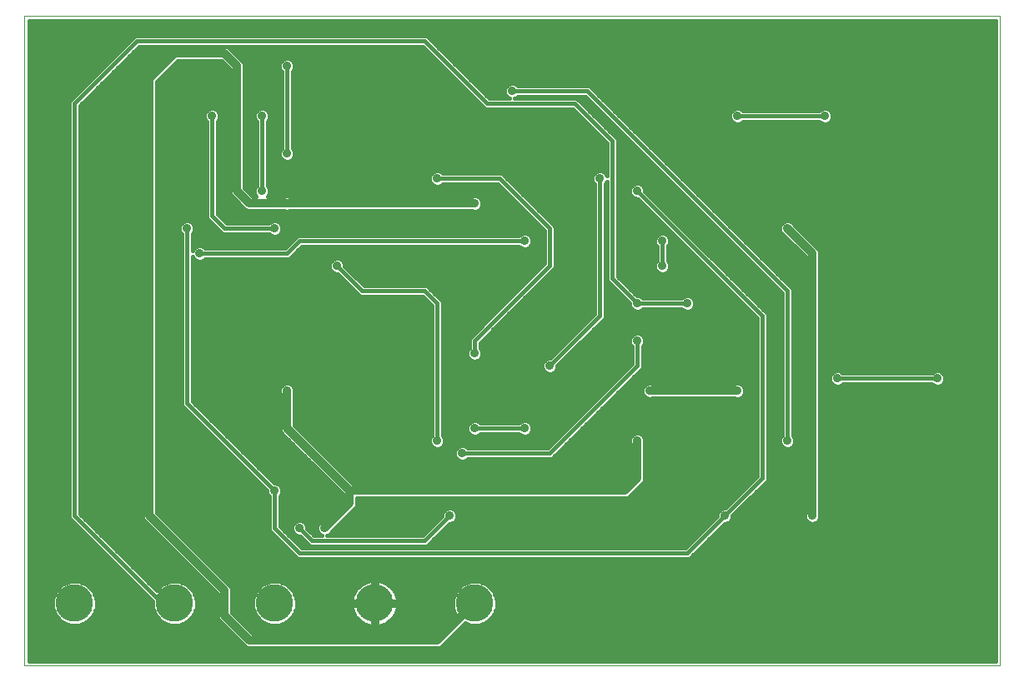
<source format=gbl>
G75*
%MOIN*%
%OFA0B0*%
%FSLAX24Y24*%
%IPPOS*%
%LPD*%
%AMOC8*
5,1,8,0,0,1.08239X$1,22.5*
%
%ADD10C,0.0000*%
%ADD11C,0.1500*%
%ADD12C,0.0356*%
%ADD13C,0.0160*%
%ADD14C,0.0320*%
D10*
X000680Y000705D02*
X039680Y000705D01*
X039680Y026705D01*
X000680Y026705D01*
X000680Y026701D02*
X000680Y000705D01*
D11*
X002680Y003205D03*
X006680Y003205D03*
X010680Y003205D03*
X014680Y003205D03*
X018680Y003205D03*
D12*
X012680Y006205D03*
X011680Y006205D03*
X012680Y007205D03*
X010680Y007705D03*
X010180Y009705D03*
X013180Y010205D03*
X011180Y011705D03*
X015180Y014705D03*
X018680Y013205D03*
X021680Y012705D03*
X025180Y013705D03*
X025180Y015205D03*
X027180Y015205D03*
X026180Y016705D03*
X026180Y017705D03*
X025180Y019705D03*
X023680Y020205D03*
X019180Y020705D03*
X017180Y020205D03*
X015680Y020205D03*
X018680Y019205D03*
X020680Y017705D03*
X013180Y016705D03*
X010680Y018205D03*
X011180Y019205D03*
X010180Y019705D03*
X007180Y018205D03*
X007680Y017205D03*
X011180Y021205D03*
X013180Y022205D03*
X010180Y022705D03*
X008180Y022705D03*
X010180Y024705D03*
X011180Y024705D03*
X020180Y023705D03*
X021680Y022705D03*
X025680Y022705D03*
X029180Y022705D03*
X031515Y020870D03*
X032180Y019705D03*
X031180Y018205D03*
X032680Y022705D03*
X033180Y012205D03*
X037180Y012205D03*
X031180Y009705D03*
X029180Y009705D03*
X029180Y011705D03*
X025680Y011705D03*
X025180Y009705D03*
X022554Y008331D03*
X020680Y010205D03*
X018680Y010205D03*
X017180Y009705D03*
X018180Y009205D03*
X017680Y006705D03*
X028680Y006705D03*
X032180Y006705D03*
D13*
X032470Y006810D02*
X032470Y017263D01*
X032426Y017369D01*
X031459Y018336D01*
X031441Y018380D01*
X031355Y018466D01*
X031241Y018513D01*
X031119Y018513D01*
X031005Y018466D01*
X030919Y018380D01*
X030872Y018266D01*
X030872Y018144D01*
X030919Y018030D01*
X031005Y017944D01*
X031049Y017926D01*
X031890Y017085D01*
X031890Y006810D01*
X031872Y006766D01*
X031872Y006644D01*
X031919Y006530D01*
X032005Y006444D01*
X032119Y006397D01*
X032241Y006397D01*
X032355Y006444D01*
X032441Y006530D01*
X032488Y006644D01*
X032488Y006766D01*
X032470Y006810D01*
X032470Y006887D02*
X039500Y006887D01*
X039500Y007045D02*
X032470Y007045D01*
X032470Y007204D02*
X039500Y007204D01*
X039500Y007362D02*
X032470Y007362D01*
X032470Y007521D02*
X039500Y007521D01*
X039500Y007679D02*
X032470Y007679D01*
X032470Y007838D02*
X039500Y007838D01*
X039500Y007996D02*
X032470Y007996D01*
X032470Y008155D02*
X039500Y008155D01*
X039500Y008313D02*
X032470Y008313D01*
X032470Y008472D02*
X039500Y008472D01*
X039500Y008630D02*
X032470Y008630D01*
X032470Y008789D02*
X039500Y008789D01*
X039500Y008947D02*
X032470Y008947D01*
X032470Y009106D02*
X039500Y009106D01*
X039500Y009264D02*
X032470Y009264D01*
X032470Y009423D02*
X039500Y009423D01*
X039500Y009581D02*
X032470Y009581D01*
X032470Y009740D02*
X039500Y009740D01*
X039500Y009898D02*
X032470Y009898D01*
X032470Y010057D02*
X039500Y010057D01*
X039500Y010215D02*
X032470Y010215D01*
X032470Y010374D02*
X039500Y010374D01*
X039500Y010532D02*
X032470Y010532D01*
X032470Y010691D02*
X039500Y010691D01*
X039500Y010849D02*
X032470Y010849D01*
X032470Y011008D02*
X039500Y011008D01*
X039500Y011166D02*
X032470Y011166D01*
X032470Y011325D02*
X039500Y011325D01*
X039500Y011483D02*
X032470Y011483D01*
X032470Y011642D02*
X039500Y011642D01*
X039500Y011800D02*
X032470Y011800D01*
X032470Y011959D02*
X032991Y011959D01*
X033005Y011944D02*
X033119Y011897D01*
X033241Y011897D01*
X033355Y011944D01*
X033406Y011995D01*
X036954Y011995D01*
X037005Y011944D01*
X037119Y011897D01*
X037241Y011897D01*
X037355Y011944D01*
X037441Y012030D01*
X037488Y012144D01*
X037488Y012266D01*
X037441Y012380D01*
X037355Y012466D01*
X037241Y012513D01*
X037119Y012513D01*
X037005Y012466D01*
X036954Y012415D01*
X033406Y012415D01*
X033355Y012466D01*
X033241Y012513D01*
X033119Y012513D01*
X033005Y012466D01*
X032919Y012380D01*
X032872Y012266D01*
X032872Y012144D01*
X032919Y012030D01*
X033005Y011944D01*
X032883Y012117D02*
X032470Y012117D01*
X032470Y012276D02*
X032876Y012276D01*
X032973Y012434D02*
X032470Y012434D01*
X032470Y012593D02*
X039500Y012593D01*
X039500Y012751D02*
X032470Y012751D01*
X032470Y012910D02*
X039500Y012910D01*
X039500Y013068D02*
X032470Y013068D01*
X032470Y013227D02*
X039500Y013227D01*
X039500Y013385D02*
X032470Y013385D01*
X032470Y013544D02*
X039500Y013544D01*
X039500Y013702D02*
X032470Y013702D01*
X032470Y013861D02*
X039500Y013861D01*
X039500Y014019D02*
X032470Y014019D01*
X032470Y014178D02*
X039500Y014178D01*
X039500Y014336D02*
X032470Y014336D01*
X032470Y014495D02*
X039500Y014495D01*
X039500Y014653D02*
X032470Y014653D01*
X032470Y014812D02*
X039500Y014812D01*
X039500Y014970D02*
X032470Y014970D01*
X032470Y015129D02*
X039500Y015129D01*
X039500Y015287D02*
X032470Y015287D01*
X032470Y015446D02*
X039500Y015446D01*
X039500Y015604D02*
X032470Y015604D01*
X032470Y015763D02*
X039500Y015763D01*
X039500Y015921D02*
X032470Y015921D01*
X032470Y016080D02*
X039500Y016080D01*
X039500Y016238D02*
X032470Y016238D01*
X032470Y016397D02*
X039500Y016397D01*
X039500Y016555D02*
X032470Y016555D01*
X032470Y016714D02*
X039500Y016714D01*
X039500Y016872D02*
X032470Y016872D01*
X032470Y017031D02*
X039500Y017031D01*
X039500Y017189D02*
X032470Y017189D01*
X032435Y017348D02*
X039500Y017348D01*
X039500Y017506D02*
X032289Y017506D01*
X032131Y017665D02*
X039500Y017665D01*
X039500Y017823D02*
X031972Y017823D01*
X031814Y017982D02*
X039500Y017982D01*
X039500Y018140D02*
X031655Y018140D01*
X031497Y018299D02*
X039500Y018299D01*
X039500Y018457D02*
X031364Y018457D01*
X030996Y018457D02*
X028725Y018457D01*
X028883Y018299D02*
X030885Y018299D01*
X030873Y018140D02*
X029042Y018140D01*
X029200Y017982D02*
X030968Y017982D01*
X031152Y017823D02*
X029359Y017823D01*
X029517Y017665D02*
X031310Y017665D01*
X031469Y017506D02*
X029676Y017506D01*
X029834Y017348D02*
X031627Y017348D01*
X031786Y017189D02*
X029993Y017189D01*
X030151Y017031D02*
X031890Y017031D01*
X031890Y016872D02*
X030310Y016872D01*
X030468Y016714D02*
X031890Y016714D01*
X031890Y016555D02*
X030627Y016555D01*
X030785Y016397D02*
X031890Y016397D01*
X031890Y016238D02*
X030944Y016238D01*
X031102Y016080D02*
X031890Y016080D01*
X031890Y015921D02*
X031261Y015921D01*
X031267Y015915D02*
X023267Y023915D01*
X020406Y023915D01*
X020355Y023966D01*
X020241Y024013D01*
X020119Y024013D01*
X020005Y023966D01*
X019919Y023880D01*
X019872Y023766D01*
X019872Y023644D01*
X019919Y023530D01*
X020005Y023444D01*
X020075Y023415D01*
X019267Y023415D01*
X016767Y025915D01*
X005093Y025915D01*
X004970Y025792D01*
X002593Y023415D01*
X002470Y023292D01*
X002470Y006618D01*
X002593Y006495D01*
X002593Y006495D01*
X005800Y003288D01*
X005800Y003030D01*
X005934Y002707D01*
X006182Y002459D01*
X006505Y002325D01*
X006855Y002325D01*
X007178Y002459D01*
X007426Y002707D01*
X007560Y003030D01*
X007560Y003380D01*
X007426Y003703D01*
X007178Y003951D01*
X006855Y004085D01*
X006505Y004085D01*
X006182Y003951D01*
X005956Y003726D01*
X002890Y006792D01*
X002890Y023118D01*
X005267Y025495D01*
X016593Y025495D01*
X018970Y023118D01*
X019093Y022995D01*
X022593Y022995D01*
X023970Y021618D01*
X023970Y020310D01*
X023941Y020380D01*
X023855Y020466D01*
X023741Y020513D01*
X023619Y020513D01*
X023505Y020466D01*
X023419Y020380D01*
X023372Y020266D01*
X023372Y020144D01*
X023419Y020030D01*
X023470Y019979D01*
X023470Y014792D01*
X021691Y013013D01*
X021619Y013013D01*
X021505Y012966D01*
X021419Y012880D01*
X021372Y012766D01*
X021372Y012644D01*
X021419Y012530D01*
X021505Y012444D01*
X021619Y012397D01*
X021741Y012397D01*
X021855Y012444D01*
X021941Y012530D01*
X021988Y012644D01*
X021988Y012716D01*
X023767Y014495D01*
X023890Y014618D01*
X023890Y019979D01*
X023941Y020030D01*
X023970Y020100D01*
X023970Y016118D01*
X024872Y015216D01*
X024872Y015144D01*
X024919Y015030D01*
X025005Y014944D01*
X025119Y014897D01*
X025241Y014897D01*
X025355Y014944D01*
X025406Y014995D01*
X026954Y014995D01*
X027005Y014944D01*
X027119Y014897D01*
X027241Y014897D01*
X027355Y014944D01*
X027441Y015030D01*
X027488Y015144D01*
X027488Y015266D01*
X027441Y015380D01*
X027355Y015466D01*
X027241Y015513D01*
X027119Y015513D01*
X027005Y015466D01*
X026954Y015415D01*
X025406Y015415D01*
X025355Y015466D01*
X025241Y015513D01*
X025169Y015513D01*
X024390Y016292D01*
X024390Y021792D01*
X024267Y021915D01*
X024267Y021915D01*
X022890Y023292D01*
X022767Y023415D01*
X020285Y023415D01*
X020355Y023444D01*
X020406Y023495D01*
X023093Y023495D01*
X030970Y015618D01*
X030970Y009931D01*
X030919Y009880D01*
X030872Y009766D01*
X030872Y009644D01*
X030919Y009530D01*
X031005Y009444D01*
X031119Y009397D01*
X031241Y009397D01*
X031355Y009444D01*
X031441Y009530D01*
X031488Y009644D01*
X031488Y009766D01*
X031441Y009880D01*
X031390Y009931D01*
X031390Y015792D01*
X031267Y015915D01*
X031390Y015763D02*
X031890Y015763D01*
X031890Y015604D02*
X031390Y015604D01*
X031390Y015446D02*
X031890Y015446D01*
X031890Y015287D02*
X031390Y015287D01*
X031390Y015129D02*
X031890Y015129D01*
X031890Y014970D02*
X031390Y014970D01*
X031390Y014812D02*
X031890Y014812D01*
X031890Y014653D02*
X031390Y014653D01*
X031390Y014495D02*
X031890Y014495D01*
X031890Y014336D02*
X031390Y014336D01*
X031390Y014178D02*
X031890Y014178D01*
X031890Y014019D02*
X031390Y014019D01*
X031390Y013861D02*
X031890Y013861D01*
X031890Y013702D02*
X031390Y013702D01*
X031390Y013544D02*
X031890Y013544D01*
X031890Y013385D02*
X031390Y013385D01*
X031390Y013227D02*
X031890Y013227D01*
X031890Y013068D02*
X031390Y013068D01*
X031390Y012910D02*
X031890Y012910D01*
X031890Y012751D02*
X031390Y012751D01*
X031390Y012593D02*
X031890Y012593D01*
X031890Y012434D02*
X031390Y012434D01*
X031390Y012276D02*
X031890Y012276D01*
X031890Y012117D02*
X031390Y012117D01*
X031390Y011959D02*
X031890Y011959D01*
X031890Y011800D02*
X031390Y011800D01*
X031390Y011642D02*
X031890Y011642D01*
X031890Y011483D02*
X031390Y011483D01*
X031390Y011325D02*
X031890Y011325D01*
X031890Y011166D02*
X031390Y011166D01*
X031390Y011008D02*
X031890Y011008D01*
X031890Y010849D02*
X031390Y010849D01*
X031390Y010691D02*
X031890Y010691D01*
X031890Y010532D02*
X031390Y010532D01*
X031390Y010374D02*
X031890Y010374D01*
X031890Y010215D02*
X031390Y010215D01*
X031390Y010057D02*
X031890Y010057D01*
X031890Y009898D02*
X031423Y009898D01*
X031488Y009740D02*
X031890Y009740D01*
X031890Y009581D02*
X031462Y009581D01*
X031303Y009423D02*
X031890Y009423D01*
X031890Y009264D02*
X030390Y009264D01*
X030390Y009106D02*
X031890Y009106D01*
X031890Y008947D02*
X030390Y008947D01*
X030390Y008789D02*
X031890Y008789D01*
X031890Y008630D02*
X030390Y008630D01*
X030390Y008472D02*
X031890Y008472D01*
X031890Y008313D02*
X030390Y008313D01*
X030390Y008155D02*
X031890Y008155D01*
X031890Y007996D02*
X030268Y007996D01*
X030390Y008118D02*
X030390Y014792D01*
X030267Y014915D01*
X025488Y019694D01*
X025488Y019766D01*
X025441Y019880D01*
X025355Y019966D01*
X025241Y020013D01*
X025119Y020013D01*
X025005Y019966D01*
X024919Y019880D01*
X024872Y019766D01*
X024872Y019644D01*
X024919Y019530D01*
X025005Y019444D01*
X025119Y019397D01*
X025191Y019397D01*
X029970Y014618D01*
X029970Y008292D01*
X028691Y007013D01*
X028619Y007013D01*
X028505Y006966D01*
X028419Y006880D01*
X028372Y006766D01*
X028372Y006694D01*
X027093Y005415D01*
X011767Y005415D01*
X010890Y006292D01*
X010890Y007479D01*
X010941Y007530D01*
X010988Y007644D01*
X010988Y007766D01*
X010941Y007880D01*
X010855Y007966D01*
X010741Y008013D01*
X010669Y008013D01*
X007390Y011292D01*
X007390Y017100D01*
X007419Y017030D01*
X007505Y016944D01*
X007619Y016897D01*
X007741Y016897D01*
X007855Y016944D01*
X007906Y016995D01*
X011267Y016995D01*
X011767Y017495D01*
X020454Y017495D01*
X020505Y017444D01*
X020619Y017397D01*
X020741Y017397D01*
X020855Y017444D01*
X020941Y017530D01*
X020988Y017644D01*
X020988Y017766D01*
X020941Y017880D01*
X020855Y017966D01*
X020741Y018013D01*
X020619Y018013D01*
X020505Y017966D01*
X020454Y017915D01*
X011593Y017915D01*
X011093Y017415D01*
X007906Y017415D01*
X007855Y017466D01*
X007741Y017513D01*
X007619Y017513D01*
X007505Y017466D01*
X007419Y017380D01*
X007390Y017310D01*
X007390Y017979D01*
X007441Y018030D01*
X007488Y018144D01*
X007488Y018266D01*
X007441Y018380D01*
X007355Y018466D01*
X007241Y018513D01*
X007119Y018513D01*
X007005Y018466D01*
X006919Y018380D01*
X006872Y018266D01*
X006872Y018144D01*
X006919Y018030D01*
X006970Y017979D01*
X006970Y011118D01*
X007093Y010995D01*
X010372Y007716D01*
X010372Y007644D01*
X010419Y007530D01*
X010470Y007479D01*
X010470Y006118D01*
X011470Y005118D01*
X011593Y004995D01*
X027267Y004995D01*
X028669Y006397D01*
X028741Y006397D01*
X028855Y006444D01*
X028941Y006530D01*
X028988Y006644D01*
X028988Y006716D01*
X030390Y008118D01*
X030180Y008205D02*
X028680Y006705D01*
X027180Y005205D01*
X011680Y005205D01*
X010680Y006205D01*
X010680Y007705D01*
X007180Y011205D01*
X007180Y018205D01*
X007392Y017982D02*
X010468Y017982D01*
X010454Y017995D02*
X010505Y017944D01*
X010619Y017897D01*
X010741Y017897D01*
X010855Y017944D01*
X010941Y018030D01*
X010988Y018144D01*
X010988Y018266D01*
X010941Y018380D01*
X010855Y018466D01*
X010741Y018513D01*
X010619Y018513D01*
X010505Y018466D01*
X010454Y018415D01*
X008767Y018415D01*
X008390Y018792D01*
X008390Y022479D01*
X008441Y022530D01*
X008488Y022644D01*
X008488Y022766D01*
X008441Y022880D01*
X008355Y022966D01*
X008241Y023013D01*
X008119Y023013D01*
X008005Y022966D01*
X007919Y022880D01*
X007872Y022766D01*
X007872Y022644D01*
X007919Y022530D01*
X007970Y022479D01*
X007970Y018618D01*
X008470Y018118D01*
X008593Y017995D01*
X010454Y017995D01*
X010680Y018205D02*
X008680Y018205D01*
X008180Y018705D01*
X008180Y022705D01*
X008461Y022578D02*
X008890Y022578D01*
X008890Y022420D02*
X008390Y022420D01*
X008390Y022261D02*
X008890Y022261D01*
X008890Y022103D02*
X008390Y022103D01*
X008390Y021944D02*
X008890Y021944D01*
X008890Y021786D02*
X008390Y021786D01*
X008390Y021627D02*
X008890Y021627D01*
X008890Y021469D02*
X008390Y021469D01*
X008390Y021310D02*
X008890Y021310D01*
X008890Y021152D02*
X008390Y021152D01*
X008390Y020993D02*
X008890Y020993D01*
X008890Y020835D02*
X008390Y020835D01*
X008390Y020676D02*
X008890Y020676D01*
X008890Y020518D02*
X008390Y020518D01*
X008390Y020359D02*
X008890Y020359D01*
X008890Y020201D02*
X008390Y020201D01*
X008390Y020042D02*
X008890Y020042D01*
X008890Y019884D02*
X008390Y019884D01*
X008390Y019725D02*
X008890Y019725D01*
X008890Y019647D02*
X008934Y019541D01*
X009516Y018959D01*
X009622Y018915D01*
X011075Y018915D01*
X011119Y018897D01*
X011241Y018897D01*
X011285Y018915D01*
X018575Y018915D01*
X018619Y018897D01*
X018741Y018897D01*
X018855Y018944D01*
X018941Y019030D01*
X018988Y019144D01*
X018988Y019266D01*
X018941Y019380D01*
X018855Y019466D01*
X018741Y019513D01*
X018619Y019513D01*
X018575Y019495D01*
X011285Y019495D01*
X011241Y019513D01*
X011119Y019513D01*
X011075Y019495D01*
X010406Y019495D01*
X010441Y019530D01*
X010488Y019644D01*
X010488Y019766D01*
X010441Y019880D01*
X010390Y019931D01*
X010390Y022479D01*
X010441Y022530D01*
X010488Y022644D01*
X010488Y022766D01*
X010441Y022880D01*
X010355Y022966D01*
X010241Y023013D01*
X010119Y023013D01*
X010005Y022966D01*
X009919Y022880D01*
X009872Y022766D01*
X009872Y022644D01*
X009919Y022530D01*
X009970Y022479D01*
X009970Y019931D01*
X009919Y019880D01*
X009872Y019766D01*
X009872Y019644D01*
X009919Y019530D01*
X009954Y019495D01*
X009800Y019495D01*
X009470Y019825D01*
X009470Y024763D01*
X009426Y024869D01*
X009344Y024951D01*
X008926Y025369D01*
X008844Y025451D01*
X008738Y025495D01*
X006622Y025495D01*
X006516Y025451D01*
X005516Y024451D01*
X005434Y024369D01*
X005390Y024263D01*
X005390Y006647D01*
X005434Y006541D01*
X008390Y003585D01*
X008390Y002647D01*
X008434Y002541D01*
X009434Y001541D01*
X009516Y001459D01*
X009622Y001415D01*
X017238Y001415D01*
X017344Y001459D01*
X018296Y002411D01*
X018505Y002325D01*
X018855Y002325D01*
X019178Y002459D01*
X019426Y002707D01*
X019560Y003030D01*
X019560Y003380D01*
X019426Y003703D01*
X019178Y003951D01*
X018855Y004085D01*
X018505Y004085D01*
X018182Y003951D01*
X017934Y003703D01*
X017800Y003380D01*
X017800Y003030D01*
X017886Y002821D01*
X017060Y001995D01*
X009800Y001995D01*
X008970Y002825D01*
X008970Y003763D01*
X008926Y003869D01*
X008844Y003951D01*
X005970Y006825D01*
X005970Y024085D01*
X006800Y024915D01*
X008560Y024915D01*
X008890Y024585D01*
X008890Y019647D01*
X008923Y019567D02*
X008390Y019567D01*
X008390Y019408D02*
X009067Y019408D01*
X009225Y019250D02*
X008390Y019250D01*
X008390Y019091D02*
X009384Y019091D01*
X009580Y018933D02*
X008390Y018933D01*
X008408Y018774D02*
X020814Y018774D01*
X020972Y018616D02*
X008566Y018616D01*
X008725Y018457D02*
X010496Y018457D01*
X010864Y018457D02*
X021131Y018457D01*
X021289Y018299D02*
X010975Y018299D01*
X010987Y018140D02*
X021448Y018140D01*
X021470Y018118D02*
X021470Y016822D01*
X019093Y014445D01*
X018970Y014322D01*
X018970Y014292D01*
X018470Y013792D01*
X018470Y013431D01*
X018419Y013380D01*
X018372Y013266D01*
X018372Y013144D01*
X018419Y013030D01*
X018505Y012944D01*
X018619Y012897D01*
X018741Y012897D01*
X018855Y012944D01*
X018941Y013030D01*
X018988Y013144D01*
X018988Y013266D01*
X018941Y013380D01*
X018890Y013431D01*
X018890Y013618D01*
X019390Y014118D01*
X019390Y014148D01*
X021890Y016648D01*
X021890Y018292D01*
X019767Y020415D01*
X017406Y020415D01*
X017355Y020466D01*
X017241Y020513D01*
X017119Y020513D01*
X017005Y020466D01*
X016919Y020380D01*
X016872Y020266D01*
X016872Y020144D01*
X016919Y020030D01*
X017005Y019944D01*
X017119Y019897D01*
X017241Y019897D01*
X017355Y019944D01*
X017406Y019995D01*
X019593Y019995D01*
X021470Y018118D01*
X021470Y017982D02*
X020818Y017982D01*
X020965Y017823D02*
X021470Y017823D01*
X021470Y017665D02*
X020988Y017665D01*
X020917Y017506D02*
X021470Y017506D01*
X021470Y017348D02*
X011620Y017348D01*
X011461Y017189D02*
X021470Y017189D01*
X021470Y017031D02*
X011303Y017031D01*
X011180Y017205D02*
X011680Y017705D01*
X020680Y017705D01*
X020542Y017982D02*
X010892Y017982D01*
X011343Y017665D02*
X007390Y017665D01*
X007390Y017823D02*
X011501Y017823D01*
X011184Y017506D02*
X007758Y017506D01*
X007602Y017506D02*
X007390Y017506D01*
X007390Y017348D02*
X007406Y017348D01*
X007680Y017205D02*
X011180Y017205D01*
X012872Y016766D02*
X012872Y016644D01*
X012919Y016530D01*
X013005Y016444D01*
X013119Y016397D01*
X013191Y016397D01*
X014093Y015495D01*
X016593Y015495D01*
X016970Y015118D01*
X016970Y009931D01*
X016919Y009880D01*
X016872Y009766D01*
X016872Y009644D01*
X016919Y009530D01*
X017005Y009444D01*
X017119Y009397D01*
X017241Y009397D01*
X017355Y009444D01*
X017441Y009530D01*
X017488Y009644D01*
X017488Y009766D01*
X017441Y009880D01*
X017390Y009931D01*
X017390Y015292D01*
X016890Y015792D01*
X016767Y015915D01*
X014267Y015915D01*
X013488Y016694D01*
X013488Y016766D01*
X013441Y016880D01*
X013355Y016966D01*
X013241Y017013D01*
X013119Y017013D01*
X013005Y016966D01*
X012919Y016880D01*
X012872Y016766D01*
X012872Y016714D02*
X007390Y016714D01*
X007390Y016872D02*
X012916Y016872D01*
X013180Y016705D02*
X014180Y015705D01*
X016680Y015705D01*
X017180Y015205D01*
X017180Y009705D01*
X017303Y009423D02*
X017962Y009423D01*
X018005Y009466D02*
X017919Y009380D01*
X017872Y009266D01*
X017872Y009144D01*
X017919Y009030D01*
X018005Y008944D01*
X018119Y008897D01*
X018241Y008897D01*
X018355Y008944D01*
X018406Y008995D01*
X021767Y008995D01*
X025267Y012495D01*
X025390Y012618D01*
X025390Y013479D01*
X025441Y013530D01*
X025488Y013644D01*
X025488Y013766D01*
X025441Y013880D01*
X025355Y013966D01*
X025241Y014013D01*
X025119Y014013D01*
X025005Y013966D01*
X024919Y013880D01*
X024872Y013766D01*
X024872Y013644D01*
X024919Y013530D01*
X024970Y013479D01*
X024970Y012792D01*
X021593Y009415D01*
X018406Y009415D01*
X018355Y009466D01*
X018241Y009513D01*
X018119Y009513D01*
X018005Y009466D01*
X017872Y009264D02*
X012531Y009264D01*
X012373Y009423D02*
X017057Y009423D01*
X016898Y009581D02*
X012214Y009581D01*
X012056Y009740D02*
X016872Y009740D01*
X016937Y009898D02*
X011897Y009898D01*
X011739Y010057D02*
X016970Y010057D01*
X016970Y010215D02*
X011580Y010215D01*
X011470Y010325D02*
X011470Y011600D01*
X011488Y011644D01*
X011488Y011766D01*
X011441Y011880D01*
X011355Y011966D01*
X011241Y012013D01*
X011119Y012013D01*
X011005Y011966D01*
X010919Y011880D01*
X010872Y011766D01*
X010872Y011644D01*
X010890Y011600D01*
X010890Y010147D01*
X010934Y010041D01*
X011016Y009959D01*
X013390Y007585D01*
X013390Y007325D01*
X012549Y006484D01*
X012505Y006466D01*
X012419Y006380D01*
X012372Y006266D01*
X012372Y006144D01*
X012419Y006030D01*
X012505Y005944D01*
X012575Y005915D01*
X012267Y005915D01*
X011988Y006194D01*
X011988Y006266D01*
X011941Y006380D01*
X011855Y006466D01*
X011741Y006513D01*
X011619Y006513D01*
X011505Y006466D01*
X011419Y006380D01*
X011372Y006266D01*
X011372Y006144D01*
X011419Y006030D01*
X011505Y005944D01*
X011619Y005897D01*
X011691Y005897D01*
X012093Y005495D01*
X016767Y005495D01*
X016890Y005618D01*
X017669Y006397D01*
X017741Y006397D01*
X017855Y006444D01*
X017941Y006530D01*
X017988Y006644D01*
X017988Y006766D01*
X017941Y006880D01*
X017855Y006966D01*
X017741Y007013D01*
X017619Y007013D01*
X017505Y006966D01*
X017419Y006880D01*
X017372Y006766D01*
X017372Y006694D01*
X016593Y005915D01*
X012785Y005915D01*
X012855Y005944D01*
X012941Y006030D01*
X012959Y006074D01*
X013844Y006959D01*
X013926Y007041D01*
X013970Y007147D01*
X013970Y007415D01*
X024738Y007415D01*
X024844Y007459D01*
X025344Y007959D01*
X025426Y008041D01*
X025470Y008147D01*
X025470Y009600D01*
X025488Y009644D01*
X025488Y009766D01*
X025441Y009880D01*
X025355Y009966D01*
X025241Y010013D01*
X025119Y010013D01*
X025005Y009966D01*
X024919Y009880D01*
X024872Y009766D01*
X024872Y009644D01*
X024890Y009600D01*
X024890Y008325D01*
X024560Y007995D01*
X013800Y007995D01*
X011470Y010325D01*
X011470Y010374D02*
X016970Y010374D01*
X016970Y010532D02*
X011470Y010532D01*
X011470Y010691D02*
X016970Y010691D01*
X016970Y010849D02*
X011470Y010849D01*
X011470Y011008D02*
X016970Y011008D01*
X016970Y011166D02*
X011470Y011166D01*
X011470Y011325D02*
X016970Y011325D01*
X016970Y011483D02*
X011470Y011483D01*
X011487Y011642D02*
X016970Y011642D01*
X016970Y011800D02*
X011474Y011800D01*
X011362Y011959D02*
X016970Y011959D01*
X016970Y012117D02*
X007390Y012117D01*
X007390Y011959D02*
X010998Y011959D01*
X010886Y011800D02*
X007390Y011800D01*
X007390Y011642D02*
X010873Y011642D01*
X010890Y011483D02*
X007390Y011483D01*
X007390Y011325D02*
X010890Y011325D01*
X010890Y011166D02*
X007516Y011166D01*
X007674Y011008D02*
X010890Y011008D01*
X010890Y010849D02*
X007833Y010849D01*
X007991Y010691D02*
X010890Y010691D01*
X010890Y010532D02*
X008150Y010532D01*
X008308Y010374D02*
X010890Y010374D01*
X010890Y010215D02*
X008467Y010215D01*
X008625Y010057D02*
X010928Y010057D01*
X011077Y009898D02*
X008784Y009898D01*
X008942Y009740D02*
X011235Y009740D01*
X011394Y009581D02*
X009101Y009581D01*
X009259Y009423D02*
X011552Y009423D01*
X011711Y009264D02*
X009418Y009264D01*
X009576Y009106D02*
X011869Y009106D01*
X012028Y008947D02*
X009735Y008947D01*
X009893Y008789D02*
X012186Y008789D01*
X012345Y008630D02*
X010052Y008630D01*
X010210Y008472D02*
X012503Y008472D01*
X012662Y008313D02*
X010369Y008313D01*
X010527Y008155D02*
X012820Y008155D01*
X012979Y007996D02*
X010783Y007996D01*
X010959Y007838D02*
X013137Y007838D01*
X013296Y007679D02*
X010988Y007679D01*
X010931Y007521D02*
X013390Y007521D01*
X013390Y007362D02*
X010890Y007362D01*
X010890Y007204D02*
X013268Y007204D01*
X013110Y007045D02*
X010890Y007045D01*
X010890Y006887D02*
X012951Y006887D01*
X012793Y006728D02*
X010890Y006728D01*
X010890Y006570D02*
X012634Y006570D01*
X012450Y006411D02*
X011910Y006411D01*
X011988Y006253D02*
X012372Y006253D01*
X012392Y006094D02*
X012088Y006094D01*
X012246Y005936D02*
X012525Y005936D01*
X012835Y005936D02*
X016614Y005936D01*
X016772Y006094D02*
X012979Y006094D01*
X013138Y006253D02*
X016931Y006253D01*
X017089Y006411D02*
X013296Y006411D01*
X013455Y006570D02*
X017248Y006570D01*
X017372Y006728D02*
X013613Y006728D01*
X013772Y006887D02*
X017426Y006887D01*
X017680Y006705D02*
X016680Y005705D01*
X012180Y005705D01*
X011680Y006205D01*
X011392Y006094D02*
X011088Y006094D01*
X011246Y005936D02*
X011525Y005936D01*
X011405Y005777D02*
X011811Y005777D01*
X011970Y005619D02*
X011563Y005619D01*
X011722Y005460D02*
X027138Y005460D01*
X027297Y005619D02*
X016890Y005619D01*
X017049Y005777D02*
X027455Y005777D01*
X027614Y005936D02*
X017207Y005936D01*
X017366Y006094D02*
X027772Y006094D01*
X027931Y006253D02*
X017524Y006253D01*
X017775Y006411D02*
X028089Y006411D01*
X028248Y006570D02*
X017957Y006570D01*
X017988Y006728D02*
X028372Y006728D01*
X028426Y006887D02*
X017934Y006887D01*
X018002Y008947D02*
X012848Y008947D01*
X012690Y009106D02*
X017888Y009106D01*
X018180Y009205D02*
X021680Y009205D01*
X025180Y012705D01*
X025180Y013705D01*
X025488Y013702D02*
X029970Y013702D01*
X029970Y013544D02*
X025447Y013544D01*
X025390Y013385D02*
X029970Y013385D01*
X029970Y013227D02*
X025390Y013227D01*
X025390Y013068D02*
X029970Y013068D01*
X029970Y012910D02*
X025390Y012910D01*
X025390Y012751D02*
X029970Y012751D01*
X029970Y012593D02*
X025365Y012593D01*
X025206Y012434D02*
X029970Y012434D01*
X029970Y012276D02*
X025048Y012276D01*
X024889Y012117D02*
X029970Y012117D01*
X029970Y011959D02*
X029362Y011959D01*
X029355Y011966D02*
X029241Y012013D01*
X029119Y012013D01*
X029075Y011995D01*
X025785Y011995D01*
X025741Y012013D01*
X025619Y012013D01*
X025505Y011966D01*
X025419Y011880D01*
X025372Y011766D01*
X025372Y011644D01*
X025419Y011530D01*
X025505Y011444D01*
X025619Y011397D01*
X025741Y011397D01*
X025785Y011415D01*
X029075Y011415D01*
X029119Y011397D01*
X029241Y011397D01*
X029355Y011444D01*
X029441Y011530D01*
X029488Y011644D01*
X029488Y011766D01*
X029441Y011880D01*
X029355Y011966D01*
X029474Y011800D02*
X029970Y011800D01*
X029970Y011642D02*
X029487Y011642D01*
X029394Y011483D02*
X029970Y011483D01*
X029970Y011325D02*
X024097Y011325D01*
X024255Y011483D02*
X025466Y011483D01*
X025373Y011642D02*
X024414Y011642D01*
X024572Y011800D02*
X025386Y011800D01*
X025498Y011959D02*
X024731Y011959D01*
X024454Y012276D02*
X017390Y012276D01*
X017390Y012434D02*
X021529Y012434D01*
X021393Y012593D02*
X017390Y012593D01*
X017390Y012751D02*
X021372Y012751D01*
X021449Y012910D02*
X018772Y012910D01*
X018588Y012910D02*
X017390Y012910D01*
X017390Y013068D02*
X018403Y013068D01*
X018372Y013227D02*
X017390Y013227D01*
X017390Y013385D02*
X018424Y013385D01*
X018470Y013544D02*
X017390Y013544D01*
X017390Y013702D02*
X018470Y013702D01*
X018539Y013861D02*
X017390Y013861D01*
X017390Y014019D02*
X018697Y014019D01*
X018856Y014178D02*
X017390Y014178D01*
X017390Y014336D02*
X018984Y014336D01*
X019180Y014235D02*
X019180Y014205D01*
X018680Y013705D01*
X018680Y013205D01*
X018957Y013068D02*
X021746Y013068D01*
X021905Y013227D02*
X018988Y013227D01*
X018936Y013385D02*
X022063Y013385D01*
X022222Y013544D02*
X018890Y013544D01*
X018974Y013702D02*
X022380Y013702D01*
X022539Y013861D02*
X019133Y013861D01*
X019291Y014019D02*
X022697Y014019D01*
X022856Y014178D02*
X019420Y014178D01*
X019578Y014336D02*
X023014Y014336D01*
X023173Y014495D02*
X019737Y014495D01*
X019895Y014653D02*
X023331Y014653D01*
X023470Y014812D02*
X020054Y014812D01*
X020212Y014970D02*
X023470Y014970D01*
X023470Y015129D02*
X020371Y015129D01*
X020529Y015287D02*
X023470Y015287D01*
X023470Y015446D02*
X020688Y015446D01*
X020846Y015604D02*
X023470Y015604D01*
X023470Y015763D02*
X021005Y015763D01*
X021163Y015921D02*
X023470Y015921D01*
X023470Y016080D02*
X021322Y016080D01*
X021480Y016238D02*
X023470Y016238D01*
X023470Y016397D02*
X021639Y016397D01*
X021797Y016555D02*
X023470Y016555D01*
X023470Y016714D02*
X021890Y016714D01*
X021890Y016872D02*
X023470Y016872D01*
X023470Y017031D02*
X021890Y017031D01*
X021890Y017189D02*
X023470Y017189D01*
X023470Y017348D02*
X021890Y017348D01*
X021890Y017506D02*
X023470Y017506D01*
X023470Y017665D02*
X021890Y017665D01*
X021890Y017823D02*
X023470Y017823D01*
X023470Y017982D02*
X021890Y017982D01*
X021890Y018140D02*
X023470Y018140D01*
X023470Y018299D02*
X021883Y018299D01*
X021725Y018457D02*
X023470Y018457D01*
X023470Y018616D02*
X021566Y018616D01*
X021408Y018774D02*
X023470Y018774D01*
X023470Y018933D02*
X021249Y018933D01*
X021091Y019091D02*
X023470Y019091D01*
X023470Y019250D02*
X020932Y019250D01*
X020774Y019408D02*
X023470Y019408D01*
X023470Y019567D02*
X020615Y019567D01*
X020457Y019725D02*
X023470Y019725D01*
X023470Y019884D02*
X020298Y019884D01*
X020140Y020042D02*
X023414Y020042D01*
X023372Y020201D02*
X019981Y020201D01*
X019823Y020359D02*
X023410Y020359D01*
X023680Y020205D02*
X023680Y014705D01*
X021680Y012705D01*
X021967Y012593D02*
X024771Y012593D01*
X024929Y012751D02*
X022023Y012751D01*
X022182Y012910D02*
X024970Y012910D01*
X024970Y013068D02*
X022340Y013068D01*
X022499Y013227D02*
X024970Y013227D01*
X024970Y013385D02*
X022657Y013385D01*
X022816Y013544D02*
X024913Y013544D01*
X024872Y013702D02*
X022974Y013702D01*
X023133Y013861D02*
X024911Y013861D01*
X025449Y013861D02*
X029970Y013861D01*
X029970Y014019D02*
X023291Y014019D01*
X023450Y014178D02*
X029970Y014178D01*
X029970Y014336D02*
X023608Y014336D01*
X023767Y014495D02*
X029970Y014495D01*
X029935Y014653D02*
X023890Y014653D01*
X023890Y014812D02*
X029776Y014812D01*
X029618Y014970D02*
X027381Y014970D01*
X027482Y015129D02*
X029459Y015129D01*
X029301Y015287D02*
X027480Y015287D01*
X027375Y015446D02*
X029142Y015446D01*
X028984Y015604D02*
X025078Y015604D01*
X024919Y015763D02*
X028825Y015763D01*
X028667Y015921D02*
X024761Y015921D01*
X024602Y016080D02*
X028508Y016080D01*
X028350Y016238D02*
X024444Y016238D01*
X024390Y016397D02*
X028191Y016397D01*
X028033Y016555D02*
X026451Y016555D01*
X026441Y016530D02*
X026488Y016644D01*
X026488Y016766D01*
X026441Y016880D01*
X026390Y016931D01*
X026390Y017479D01*
X026441Y017530D01*
X026488Y017644D01*
X026488Y017766D01*
X026441Y017880D01*
X026355Y017966D01*
X026241Y018013D01*
X026119Y018013D01*
X026005Y017966D01*
X025919Y017880D01*
X025872Y017766D01*
X025872Y017644D01*
X025919Y017530D01*
X025970Y017479D01*
X025970Y016931D01*
X025919Y016880D01*
X025872Y016766D01*
X025872Y016644D01*
X025919Y016530D01*
X026005Y016444D01*
X026119Y016397D01*
X026241Y016397D01*
X026355Y016444D01*
X026441Y016530D01*
X026488Y016714D02*
X027874Y016714D01*
X027716Y016872D02*
X026444Y016872D01*
X026390Y017031D02*
X027557Y017031D01*
X027399Y017189D02*
X026390Y017189D01*
X026390Y017348D02*
X027240Y017348D01*
X027082Y017506D02*
X026417Y017506D01*
X026488Y017665D02*
X026923Y017665D01*
X026765Y017823D02*
X026465Y017823D01*
X026606Y017982D02*
X026318Y017982D01*
X026448Y018140D02*
X024390Y018140D01*
X024390Y017982D02*
X026042Y017982D01*
X025895Y017823D02*
X024390Y017823D01*
X024390Y017665D02*
X025872Y017665D01*
X025943Y017506D02*
X024390Y017506D01*
X024390Y017348D02*
X025970Y017348D01*
X025970Y017189D02*
X024390Y017189D01*
X024390Y017031D02*
X025970Y017031D01*
X025916Y016872D02*
X024390Y016872D01*
X024390Y016714D02*
X025872Y016714D01*
X025909Y016555D02*
X024390Y016555D01*
X024180Y016205D02*
X025180Y015205D01*
X027180Y015205D01*
X026979Y014970D02*
X025381Y014970D01*
X024979Y014970D02*
X023890Y014970D01*
X023890Y015129D02*
X024878Y015129D01*
X024801Y015287D02*
X023890Y015287D01*
X023890Y015446D02*
X024642Y015446D01*
X024484Y015604D02*
X023890Y015604D01*
X023890Y015763D02*
X024325Y015763D01*
X024167Y015921D02*
X023890Y015921D01*
X023890Y016080D02*
X024008Y016080D01*
X023970Y016238D02*
X023890Y016238D01*
X023890Y016397D02*
X023970Y016397D01*
X023970Y016555D02*
X023890Y016555D01*
X023890Y016714D02*
X023970Y016714D01*
X023970Y016872D02*
X023890Y016872D01*
X023890Y017031D02*
X023970Y017031D01*
X023970Y017189D02*
X023890Y017189D01*
X023890Y017348D02*
X023970Y017348D01*
X023970Y017506D02*
X023890Y017506D01*
X023890Y017665D02*
X023970Y017665D01*
X023970Y017823D02*
X023890Y017823D01*
X023890Y017982D02*
X023970Y017982D01*
X023970Y018140D02*
X023890Y018140D01*
X023890Y018299D02*
X023970Y018299D01*
X023970Y018457D02*
X023890Y018457D01*
X023890Y018616D02*
X023970Y018616D01*
X023970Y018774D02*
X023890Y018774D01*
X023890Y018933D02*
X023970Y018933D01*
X023970Y019091D02*
X023890Y019091D01*
X023890Y019250D02*
X023970Y019250D01*
X023970Y019408D02*
X023890Y019408D01*
X023890Y019567D02*
X023970Y019567D01*
X023970Y019725D02*
X023890Y019725D01*
X023890Y019884D02*
X023970Y019884D01*
X023970Y020042D02*
X023946Y020042D01*
X023950Y020359D02*
X023970Y020359D01*
X023970Y020518D02*
X010390Y020518D01*
X010390Y020676D02*
X023970Y020676D01*
X023970Y020835D02*
X010390Y020835D01*
X010390Y020993D02*
X010956Y020993D01*
X010919Y021030D02*
X011005Y020944D01*
X011119Y020897D01*
X011241Y020897D01*
X011355Y020944D01*
X011441Y021030D01*
X011488Y021144D01*
X011488Y021266D01*
X011441Y021380D01*
X011390Y021431D01*
X011390Y024479D01*
X011441Y024530D01*
X011488Y024644D01*
X011488Y024766D01*
X011441Y024880D01*
X011355Y024966D01*
X011241Y025013D01*
X011119Y025013D01*
X011005Y024966D01*
X010919Y024880D01*
X010872Y024766D01*
X010872Y024644D01*
X010919Y024530D01*
X010970Y024479D01*
X010970Y021431D01*
X010919Y021380D01*
X010872Y021266D01*
X010872Y021144D01*
X010919Y021030D01*
X010872Y021152D02*
X010390Y021152D01*
X010390Y021310D02*
X010890Y021310D01*
X010970Y021469D02*
X010390Y021469D01*
X010390Y021627D02*
X010970Y021627D01*
X010970Y021786D02*
X010390Y021786D01*
X010390Y021944D02*
X010970Y021944D01*
X010970Y022103D02*
X010390Y022103D01*
X010390Y022261D02*
X010970Y022261D01*
X010970Y022420D02*
X010390Y022420D01*
X010461Y022578D02*
X010970Y022578D01*
X010970Y022737D02*
X010488Y022737D01*
X010426Y022895D02*
X010970Y022895D01*
X010970Y023054D02*
X009470Y023054D01*
X009470Y023212D02*
X010970Y023212D01*
X010970Y023371D02*
X009470Y023371D01*
X009470Y023529D02*
X010970Y023529D01*
X010970Y023688D02*
X009470Y023688D01*
X009470Y023846D02*
X010970Y023846D01*
X010970Y024005D02*
X009470Y024005D01*
X009470Y024163D02*
X010970Y024163D01*
X010970Y024322D02*
X009470Y024322D01*
X009470Y024480D02*
X010969Y024480D01*
X010874Y024639D02*
X009470Y024639D01*
X009456Y024797D02*
X010885Y024797D01*
X010995Y024956D02*
X009340Y024956D01*
X009344Y024951D02*
X009344Y024951D01*
X009181Y025114D02*
X016974Y025114D01*
X017132Y024956D02*
X011365Y024956D01*
X011475Y024797D02*
X017291Y024797D01*
X017449Y024639D02*
X011486Y024639D01*
X011391Y024480D02*
X017608Y024480D01*
X017766Y024322D02*
X011390Y024322D01*
X011390Y024163D02*
X017925Y024163D01*
X018083Y024005D02*
X011390Y024005D01*
X011390Y023846D02*
X018242Y023846D01*
X018400Y023688D02*
X011390Y023688D01*
X011390Y023529D02*
X018559Y023529D01*
X018717Y023371D02*
X011390Y023371D01*
X011390Y023212D02*
X018876Y023212D01*
X018970Y023118D02*
X018970Y023118D01*
X019034Y023054D02*
X011390Y023054D01*
X011390Y022895D02*
X022693Y022895D01*
X022851Y022737D02*
X011390Y022737D01*
X011390Y022578D02*
X023010Y022578D01*
X023168Y022420D02*
X011390Y022420D01*
X011390Y022261D02*
X023327Y022261D01*
X023485Y022103D02*
X011390Y022103D01*
X011390Y021944D02*
X023644Y021944D01*
X023802Y021786D02*
X011390Y021786D01*
X011390Y021627D02*
X023961Y021627D01*
X023970Y021469D02*
X011390Y021469D01*
X011470Y021310D02*
X023970Y021310D01*
X023970Y021152D02*
X011488Y021152D01*
X011404Y020993D02*
X023970Y020993D01*
X024390Y020993D02*
X025595Y020993D01*
X025753Y020835D02*
X024390Y020835D01*
X024390Y020676D02*
X025912Y020676D01*
X026070Y020518D02*
X024390Y020518D01*
X024390Y020359D02*
X026229Y020359D01*
X026387Y020201D02*
X024390Y020201D01*
X024390Y020042D02*
X026546Y020042D01*
X026704Y019884D02*
X025437Y019884D01*
X025488Y019725D02*
X026863Y019725D01*
X027021Y019567D02*
X025615Y019567D01*
X025774Y019408D02*
X027180Y019408D01*
X027338Y019250D02*
X025932Y019250D01*
X026091Y019091D02*
X027497Y019091D01*
X027655Y018933D02*
X026249Y018933D01*
X026408Y018774D02*
X027814Y018774D01*
X027972Y018616D02*
X026566Y018616D01*
X026725Y018457D02*
X028131Y018457D01*
X028289Y018299D02*
X026883Y018299D01*
X027042Y018140D02*
X028448Y018140D01*
X028606Y017982D02*
X027200Y017982D01*
X027359Y017823D02*
X028765Y017823D01*
X028923Y017665D02*
X027517Y017665D01*
X027676Y017506D02*
X029082Y017506D01*
X029240Y017348D02*
X027834Y017348D01*
X027993Y017189D02*
X029399Y017189D01*
X029557Y017031D02*
X028151Y017031D01*
X028310Y016872D02*
X029716Y016872D01*
X029874Y016714D02*
X028468Y016714D01*
X028627Y016555D02*
X030033Y016555D01*
X030191Y016397D02*
X028785Y016397D01*
X028944Y016238D02*
X030350Y016238D01*
X030508Y016080D02*
X029102Y016080D01*
X029261Y015921D02*
X030667Y015921D01*
X030825Y015763D02*
X029419Y015763D01*
X029578Y015604D02*
X030970Y015604D01*
X030970Y015446D02*
X029736Y015446D01*
X029895Y015287D02*
X030970Y015287D01*
X030970Y015129D02*
X030053Y015129D01*
X030212Y014970D02*
X030970Y014970D01*
X030970Y014812D02*
X030370Y014812D01*
X030390Y014653D02*
X030970Y014653D01*
X030970Y014495D02*
X030390Y014495D01*
X030390Y014336D02*
X030970Y014336D01*
X030970Y014178D02*
X030390Y014178D01*
X030390Y014019D02*
X030970Y014019D01*
X030970Y013861D02*
X030390Y013861D01*
X030390Y013702D02*
X030970Y013702D01*
X030970Y013544D02*
X030390Y013544D01*
X030390Y013385D02*
X030970Y013385D01*
X030970Y013227D02*
X030390Y013227D01*
X030390Y013068D02*
X030970Y013068D01*
X030970Y012910D02*
X030390Y012910D01*
X030390Y012751D02*
X030970Y012751D01*
X030970Y012593D02*
X030390Y012593D01*
X030390Y012434D02*
X030970Y012434D01*
X030970Y012276D02*
X030390Y012276D01*
X030390Y012117D02*
X030970Y012117D01*
X030970Y011959D02*
X030390Y011959D01*
X030390Y011800D02*
X030970Y011800D01*
X030970Y011642D02*
X030390Y011642D01*
X030390Y011483D02*
X030970Y011483D01*
X030970Y011325D02*
X030390Y011325D01*
X030390Y011166D02*
X030970Y011166D01*
X030970Y011008D02*
X030390Y011008D01*
X030390Y010849D02*
X030970Y010849D01*
X030970Y010691D02*
X030390Y010691D01*
X030390Y010532D02*
X030970Y010532D01*
X030970Y010374D02*
X030390Y010374D01*
X030390Y010215D02*
X030970Y010215D01*
X030970Y010057D02*
X030390Y010057D01*
X030390Y009898D02*
X030937Y009898D01*
X030872Y009740D02*
X030390Y009740D01*
X030390Y009581D02*
X030898Y009581D01*
X031057Y009423D02*
X030390Y009423D01*
X029970Y009423D02*
X025470Y009423D01*
X025470Y009581D02*
X029970Y009581D01*
X029970Y009740D02*
X025488Y009740D01*
X025423Y009898D02*
X029970Y009898D01*
X029970Y010057D02*
X022828Y010057D01*
X022670Y009898D02*
X024937Y009898D01*
X024872Y009740D02*
X022511Y009740D01*
X022353Y009581D02*
X024890Y009581D01*
X024890Y009423D02*
X022194Y009423D01*
X022036Y009264D02*
X024890Y009264D01*
X024890Y009106D02*
X021877Y009106D01*
X021601Y009423D02*
X018398Y009423D01*
X017462Y009581D02*
X021759Y009581D01*
X021918Y009740D02*
X017488Y009740D01*
X017423Y009898D02*
X018616Y009898D01*
X018619Y009897D02*
X018741Y009897D01*
X018855Y009944D01*
X018906Y009995D01*
X020454Y009995D01*
X020505Y009944D01*
X020619Y009897D01*
X020741Y009897D01*
X020855Y009944D01*
X020941Y010030D01*
X020988Y010144D01*
X020988Y010266D01*
X020941Y010380D01*
X020855Y010466D01*
X020741Y010513D01*
X020619Y010513D01*
X020505Y010466D01*
X020454Y010415D01*
X018906Y010415D01*
X018855Y010466D01*
X018741Y010513D01*
X018619Y010513D01*
X018505Y010466D01*
X018419Y010380D01*
X018372Y010266D01*
X018372Y010144D01*
X018419Y010030D01*
X018505Y009944D01*
X018619Y009897D01*
X018744Y009898D02*
X020616Y009898D01*
X020744Y009898D02*
X022076Y009898D01*
X022235Y010057D02*
X020952Y010057D01*
X020988Y010215D02*
X022393Y010215D01*
X022552Y010374D02*
X020944Y010374D01*
X020680Y010205D02*
X018680Y010205D01*
X018372Y010215D02*
X017390Y010215D01*
X017390Y010057D02*
X018408Y010057D01*
X018416Y010374D02*
X017390Y010374D01*
X017390Y010532D02*
X022710Y010532D01*
X022869Y010691D02*
X017390Y010691D01*
X017390Y010849D02*
X023027Y010849D01*
X023186Y011008D02*
X017390Y011008D01*
X017390Y011166D02*
X023344Y011166D01*
X023503Y011325D02*
X017390Y011325D01*
X017390Y011483D02*
X023661Y011483D01*
X023820Y011642D02*
X017390Y011642D01*
X017390Y011800D02*
X023978Y011800D01*
X024137Y011959D02*
X017390Y011959D01*
X017390Y012117D02*
X024295Y012117D01*
X024612Y012434D02*
X021831Y012434D01*
X023780Y011008D02*
X029970Y011008D01*
X029970Y011166D02*
X023938Y011166D01*
X023621Y010849D02*
X029970Y010849D01*
X029970Y010691D02*
X023463Y010691D01*
X023304Y010532D02*
X029970Y010532D01*
X029970Y010374D02*
X023145Y010374D01*
X022987Y010215D02*
X029970Y010215D01*
X031180Y009705D02*
X031180Y015705D01*
X023180Y023705D01*
X020180Y023705D01*
X019872Y023688D02*
X018994Y023688D01*
X018836Y023846D02*
X019905Y023846D01*
X020098Y024005D02*
X018677Y024005D01*
X018519Y024163D02*
X039500Y024163D01*
X039500Y024005D02*
X020262Y024005D01*
X019920Y023529D02*
X019153Y023529D01*
X019180Y023205D02*
X016680Y025705D01*
X005180Y025705D01*
X002680Y023205D01*
X002680Y006705D01*
X006180Y003205D01*
X006680Y003205D01*
X007486Y003558D02*
X008390Y003558D01*
X008390Y003400D02*
X007552Y003400D01*
X007560Y003241D02*
X008390Y003241D01*
X008390Y003083D02*
X007560Y003083D01*
X007516Y002924D02*
X008390Y002924D01*
X008390Y002766D02*
X007450Y002766D01*
X007327Y002607D02*
X008407Y002607D01*
X008526Y002449D02*
X007153Y002449D01*
X006207Y002449D02*
X003153Y002449D01*
X003178Y002459D02*
X003426Y002707D01*
X003560Y003030D01*
X003560Y003380D01*
X003426Y003703D01*
X003178Y003951D01*
X002855Y004085D01*
X002505Y004085D01*
X002182Y003951D01*
X001934Y003703D01*
X001800Y003380D01*
X001800Y003030D01*
X001934Y002707D01*
X002182Y002459D01*
X002505Y002325D01*
X002855Y002325D01*
X003178Y002459D01*
X003327Y002607D02*
X006033Y002607D01*
X005910Y002766D02*
X003450Y002766D01*
X003516Y002924D02*
X005844Y002924D01*
X005800Y003083D02*
X003560Y003083D01*
X003560Y003241D02*
X005800Y003241D01*
X005689Y003400D02*
X003552Y003400D01*
X003486Y003558D02*
X005530Y003558D01*
X005372Y003717D02*
X003413Y003717D01*
X003255Y003875D02*
X005213Y003875D01*
X005055Y004034D02*
X002979Y004034D01*
X002381Y004034D02*
X000860Y004034D01*
X000860Y004192D02*
X004896Y004192D01*
X004738Y004351D02*
X000860Y004351D01*
X000860Y004509D02*
X004579Y004509D01*
X004421Y004668D02*
X000860Y004668D01*
X000860Y004826D02*
X004262Y004826D01*
X004104Y004985D02*
X000860Y004985D01*
X000860Y005143D02*
X003945Y005143D01*
X003787Y005302D02*
X000860Y005302D01*
X000860Y005460D02*
X003628Y005460D01*
X003470Y005619D02*
X000860Y005619D01*
X000860Y005777D02*
X003311Y005777D01*
X003153Y005936D02*
X000860Y005936D01*
X000860Y006094D02*
X002994Y006094D01*
X002836Y006253D02*
X000860Y006253D01*
X000860Y006411D02*
X002677Y006411D01*
X002519Y006570D02*
X000860Y006570D01*
X000860Y006728D02*
X002470Y006728D01*
X002470Y006887D02*
X000860Y006887D01*
X000860Y007045D02*
X002470Y007045D01*
X002470Y007204D02*
X000860Y007204D01*
X000860Y007362D02*
X002470Y007362D01*
X002470Y007521D02*
X000860Y007521D01*
X000860Y007679D02*
X002470Y007679D01*
X002470Y007838D02*
X000860Y007838D01*
X000860Y007996D02*
X002470Y007996D01*
X002470Y008155D02*
X000860Y008155D01*
X000860Y008313D02*
X002470Y008313D01*
X002470Y008472D02*
X000860Y008472D01*
X000860Y008630D02*
X002470Y008630D01*
X002470Y008789D02*
X000860Y008789D01*
X000860Y008947D02*
X002470Y008947D01*
X002470Y009106D02*
X000860Y009106D01*
X000860Y009264D02*
X002470Y009264D01*
X002470Y009423D02*
X000860Y009423D01*
X000860Y009581D02*
X002470Y009581D01*
X002470Y009740D02*
X000860Y009740D01*
X000860Y009898D02*
X002470Y009898D01*
X002470Y010057D02*
X000860Y010057D01*
X000860Y010215D02*
X002470Y010215D01*
X002470Y010374D02*
X000860Y010374D01*
X000860Y010532D02*
X002470Y010532D01*
X002470Y010691D02*
X000860Y010691D01*
X000860Y010849D02*
X002470Y010849D01*
X002470Y011008D02*
X000860Y011008D01*
X000860Y011166D02*
X002470Y011166D01*
X002470Y011325D02*
X000860Y011325D01*
X000860Y011483D02*
X002470Y011483D01*
X002470Y011642D02*
X000860Y011642D01*
X000860Y011800D02*
X002470Y011800D01*
X002470Y011959D02*
X000860Y011959D01*
X000860Y012117D02*
X002470Y012117D01*
X002470Y012276D02*
X000860Y012276D01*
X000860Y012434D02*
X002470Y012434D01*
X002470Y012593D02*
X000860Y012593D01*
X000860Y012751D02*
X002470Y012751D01*
X002470Y012910D02*
X000860Y012910D01*
X000860Y013068D02*
X002470Y013068D01*
X002470Y013227D02*
X000860Y013227D01*
X000860Y013385D02*
X002470Y013385D01*
X002470Y013544D02*
X000860Y013544D01*
X000860Y013702D02*
X002470Y013702D01*
X002470Y013861D02*
X000860Y013861D01*
X000860Y014019D02*
X002470Y014019D01*
X002470Y014178D02*
X000860Y014178D01*
X000860Y014336D02*
X002470Y014336D01*
X002470Y014495D02*
X000860Y014495D01*
X000860Y014653D02*
X002470Y014653D01*
X002470Y014812D02*
X000860Y014812D01*
X000860Y014970D02*
X002470Y014970D01*
X002470Y015129D02*
X000860Y015129D01*
X000860Y015287D02*
X002470Y015287D01*
X002470Y015446D02*
X000860Y015446D01*
X000860Y015604D02*
X002470Y015604D01*
X002470Y015763D02*
X000860Y015763D01*
X000860Y015921D02*
X002470Y015921D01*
X002470Y016080D02*
X000860Y016080D01*
X000860Y016238D02*
X002470Y016238D01*
X002470Y016397D02*
X000860Y016397D01*
X000860Y016555D02*
X002470Y016555D01*
X002470Y016714D02*
X000860Y016714D01*
X000860Y016872D02*
X002470Y016872D01*
X002470Y017031D02*
X000860Y017031D01*
X000860Y017189D02*
X002470Y017189D01*
X002470Y017348D02*
X000860Y017348D01*
X000860Y017506D02*
X002470Y017506D01*
X002470Y017665D02*
X000860Y017665D01*
X000860Y017823D02*
X002470Y017823D01*
X002470Y017982D02*
X000860Y017982D01*
X000860Y018140D02*
X002470Y018140D01*
X002470Y018299D02*
X000860Y018299D01*
X000860Y018457D02*
X002470Y018457D01*
X002470Y018616D02*
X000860Y018616D01*
X000860Y018774D02*
X002470Y018774D01*
X002470Y018933D02*
X000860Y018933D01*
X000860Y019091D02*
X002470Y019091D01*
X002470Y019250D02*
X000860Y019250D01*
X000860Y019408D02*
X002470Y019408D01*
X002470Y019567D02*
X000860Y019567D01*
X000860Y019725D02*
X002470Y019725D01*
X002470Y019884D02*
X000860Y019884D01*
X000860Y020042D02*
X002470Y020042D01*
X002470Y020201D02*
X000860Y020201D01*
X000860Y020359D02*
X002470Y020359D01*
X002470Y020518D02*
X000860Y020518D01*
X000860Y020676D02*
X002470Y020676D01*
X002470Y020835D02*
X000860Y020835D01*
X000860Y020993D02*
X002470Y020993D01*
X002470Y021152D02*
X000860Y021152D01*
X000860Y021310D02*
X002470Y021310D01*
X002470Y021469D02*
X000860Y021469D01*
X000860Y021627D02*
X002470Y021627D01*
X002470Y021786D02*
X000860Y021786D01*
X000860Y021944D02*
X002470Y021944D01*
X002470Y022103D02*
X000860Y022103D01*
X000860Y022261D02*
X002470Y022261D01*
X002470Y022420D02*
X000860Y022420D01*
X000860Y022578D02*
X002470Y022578D01*
X002470Y022737D02*
X000860Y022737D01*
X000860Y022895D02*
X002470Y022895D01*
X002470Y023054D02*
X000860Y023054D01*
X000860Y023212D02*
X002470Y023212D01*
X002549Y023371D02*
X000860Y023371D01*
X000860Y023529D02*
X002707Y023529D01*
X002593Y023415D02*
X002593Y023415D01*
X002866Y023688D02*
X000860Y023688D01*
X000860Y023846D02*
X003024Y023846D01*
X003183Y024005D02*
X000860Y024005D01*
X000860Y024163D02*
X003341Y024163D01*
X003500Y024322D02*
X000860Y024322D01*
X000860Y024480D02*
X003658Y024480D01*
X003817Y024639D02*
X000860Y024639D01*
X000860Y024797D02*
X003975Y024797D01*
X004134Y024956D02*
X000860Y024956D01*
X000860Y025114D02*
X004292Y025114D01*
X004451Y025273D02*
X000860Y025273D01*
X000860Y025431D02*
X004609Y025431D01*
X004768Y025590D02*
X000860Y025590D01*
X000860Y025748D02*
X004926Y025748D01*
X005085Y025907D02*
X000860Y025907D01*
X000860Y026065D02*
X039500Y026065D01*
X039500Y025907D02*
X016775Y025907D01*
X016934Y025748D02*
X039500Y025748D01*
X039500Y025590D02*
X017092Y025590D01*
X017251Y025431D02*
X039500Y025431D01*
X039500Y025273D02*
X017409Y025273D01*
X017568Y025114D02*
X039500Y025114D01*
X039500Y024956D02*
X017726Y024956D01*
X017885Y024797D02*
X039500Y024797D01*
X039500Y024639D02*
X018043Y024639D01*
X018202Y024480D02*
X039500Y024480D01*
X039500Y024322D02*
X018360Y024322D01*
X019180Y023205D02*
X022680Y023205D01*
X024180Y021705D01*
X024180Y016205D01*
X025375Y015446D02*
X026985Y015446D01*
X026180Y016705D02*
X026180Y017705D01*
X026289Y018299D02*
X024390Y018299D01*
X024390Y018457D02*
X026131Y018457D01*
X025972Y018616D02*
X024390Y018616D01*
X024390Y018774D02*
X025814Y018774D01*
X025655Y018933D02*
X024390Y018933D01*
X024390Y019091D02*
X025497Y019091D01*
X025338Y019250D02*
X024390Y019250D01*
X024390Y019408D02*
X025092Y019408D01*
X024904Y019567D02*
X024390Y019567D01*
X024390Y019725D02*
X024872Y019725D01*
X024923Y019884D02*
X024390Y019884D01*
X025180Y019705D02*
X030180Y014705D01*
X030180Y008205D01*
X029970Y008313D02*
X025470Y008313D01*
X025470Y008155D02*
X029833Y008155D01*
X029674Y007996D02*
X025381Y007996D01*
X025223Y007838D02*
X029516Y007838D01*
X029357Y007679D02*
X025064Y007679D01*
X024906Y007521D02*
X029199Y007521D01*
X029040Y007362D02*
X013970Y007362D01*
X013970Y007204D02*
X028882Y007204D01*
X028723Y007045D02*
X013928Y007045D01*
X013799Y007996D02*
X024561Y007996D01*
X024719Y008155D02*
X013641Y008155D01*
X013482Y008313D02*
X024878Y008313D01*
X024890Y008472D02*
X013324Y008472D01*
X013165Y008630D02*
X024890Y008630D01*
X024890Y008789D02*
X013007Y008789D01*
X010372Y007679D02*
X005970Y007679D01*
X005970Y007521D02*
X010429Y007521D01*
X010470Y007362D02*
X005970Y007362D01*
X005970Y007204D02*
X010470Y007204D01*
X010470Y007045D02*
X005970Y007045D01*
X005970Y006887D02*
X010470Y006887D01*
X010470Y006728D02*
X006067Y006728D01*
X006226Y006570D02*
X010470Y006570D01*
X010470Y006411D02*
X006384Y006411D01*
X006543Y006253D02*
X010470Y006253D01*
X010494Y006094D02*
X006701Y006094D01*
X006860Y005936D02*
X010653Y005936D01*
X010811Y005777D02*
X007018Y005777D01*
X007177Y005619D02*
X010970Y005619D01*
X011128Y005460D02*
X007335Y005460D01*
X007494Y005302D02*
X011287Y005302D01*
X011445Y005143D02*
X007652Y005143D01*
X007811Y004985D02*
X039500Y004985D01*
X039500Y005143D02*
X027415Y005143D01*
X027573Y005302D02*
X039500Y005302D01*
X039500Y005460D02*
X027732Y005460D01*
X027890Y005619D02*
X039500Y005619D01*
X039500Y005777D02*
X028049Y005777D01*
X028207Y005936D02*
X039500Y005936D01*
X039500Y006094D02*
X028366Y006094D01*
X028524Y006253D02*
X039500Y006253D01*
X039500Y006411D02*
X032275Y006411D01*
X032085Y006411D02*
X028775Y006411D01*
X028957Y006570D02*
X031903Y006570D01*
X031872Y006728D02*
X029000Y006728D01*
X029158Y006887D02*
X031890Y006887D01*
X031890Y007045D02*
X029317Y007045D01*
X029475Y007204D02*
X031890Y007204D01*
X031890Y007362D02*
X029634Y007362D01*
X029792Y007521D02*
X031890Y007521D01*
X031890Y007679D02*
X029951Y007679D01*
X030109Y007838D02*
X031890Y007838D01*
X029970Y008472D02*
X025470Y008472D01*
X025470Y008630D02*
X029970Y008630D01*
X029970Y008789D02*
X025470Y008789D01*
X025470Y008947D02*
X029970Y008947D01*
X029970Y009106D02*
X025470Y009106D01*
X025470Y009264D02*
X029970Y009264D01*
X032488Y006728D02*
X039500Y006728D01*
X039500Y006570D02*
X032457Y006570D01*
X039500Y004826D02*
X007969Y004826D01*
X008128Y004668D02*
X039500Y004668D01*
X039500Y004509D02*
X008286Y004509D01*
X008445Y004351D02*
X039500Y004351D01*
X039500Y004192D02*
X008603Y004192D01*
X008762Y004034D02*
X010381Y004034D01*
X010505Y004085D02*
X010182Y003951D01*
X009934Y003703D01*
X009800Y003380D01*
X009800Y003030D01*
X009934Y002707D01*
X010182Y002459D01*
X010505Y002325D01*
X010855Y002325D01*
X011178Y002459D01*
X011426Y002707D01*
X011560Y003030D01*
X011560Y003380D01*
X011426Y003703D01*
X011178Y003951D01*
X010855Y004085D01*
X010505Y004085D01*
X010105Y003875D02*
X008920Y003875D01*
X008970Y003717D02*
X009947Y003717D01*
X009874Y003558D02*
X008970Y003558D01*
X008970Y003400D02*
X009808Y003400D01*
X009800Y003241D02*
X008970Y003241D01*
X008970Y003083D02*
X009800Y003083D01*
X009844Y002924D02*
X008970Y002924D01*
X009030Y002766D02*
X009910Y002766D01*
X010033Y002607D02*
X009188Y002607D01*
X009347Y002449D02*
X010207Y002449D01*
X009664Y002132D02*
X017196Y002132D01*
X017355Y002290D02*
X014851Y002290D01*
X014836Y002287D02*
X014938Y002310D01*
X015036Y002344D01*
X015131Y002390D01*
X015219Y002445D01*
X015301Y002510D01*
X015375Y002584D01*
X015440Y002666D01*
X015495Y002754D01*
X015541Y002849D01*
X015575Y002947D01*
X015598Y003049D01*
X015607Y003125D01*
X014760Y003125D01*
X014760Y003285D01*
X015607Y003285D01*
X015598Y003361D01*
X015575Y003463D01*
X015541Y003561D01*
X015495Y003656D01*
X015440Y003744D01*
X015375Y003826D01*
X015301Y003900D01*
X015219Y003965D01*
X015131Y004020D01*
X015036Y004066D01*
X014938Y004100D01*
X014836Y004123D01*
X014760Y004132D01*
X014760Y003285D01*
X014600Y003285D01*
X014600Y004132D01*
X014524Y004123D01*
X014422Y004100D01*
X014324Y004066D01*
X014229Y004020D01*
X014141Y003965D01*
X014059Y003900D01*
X013985Y003826D01*
X013920Y003744D01*
X013865Y003656D01*
X013819Y003561D01*
X013785Y003463D01*
X013762Y003361D01*
X013753Y003285D01*
X014600Y003285D01*
X014600Y003125D01*
X014760Y003125D01*
X014760Y002278D01*
X014836Y002287D01*
X014760Y002290D02*
X014600Y002290D01*
X014600Y002278D02*
X014600Y003125D01*
X013753Y003125D01*
X013762Y003049D01*
X013785Y002947D01*
X013819Y002849D01*
X013865Y002754D01*
X013920Y002666D01*
X013985Y002584D01*
X014059Y002510D01*
X014141Y002445D01*
X014229Y002390D01*
X014324Y002344D01*
X014422Y002310D01*
X014524Y002287D01*
X014600Y002278D01*
X014509Y002290D02*
X009505Y002290D01*
X009002Y001973D02*
X000860Y001973D01*
X000860Y001815D02*
X009160Y001815D01*
X009319Y001656D02*
X000860Y001656D01*
X000860Y001498D02*
X009477Y001498D01*
X008843Y002132D02*
X000860Y002132D01*
X000860Y002290D02*
X008685Y002290D01*
X008258Y003717D02*
X007413Y003717D01*
X007255Y003875D02*
X008100Y003875D01*
X007941Y004034D02*
X006979Y004034D01*
X006381Y004034D02*
X005648Y004034D01*
X005490Y004192D02*
X007783Y004192D01*
X007624Y004351D02*
X005331Y004351D01*
X005173Y004509D02*
X007466Y004509D01*
X007307Y004668D02*
X005014Y004668D01*
X004856Y004826D02*
X007149Y004826D01*
X006990Y004985D02*
X004697Y004985D01*
X004539Y005143D02*
X006832Y005143D01*
X006673Y005302D02*
X004380Y005302D01*
X004222Y005460D02*
X006515Y005460D01*
X006356Y005619D02*
X004063Y005619D01*
X003905Y005777D02*
X006198Y005777D01*
X006039Y005936D02*
X003746Y005936D01*
X003588Y006094D02*
X005881Y006094D01*
X005722Y006253D02*
X003429Y006253D01*
X003271Y006411D02*
X005564Y006411D01*
X005422Y006570D02*
X003112Y006570D01*
X002954Y006728D02*
X005390Y006728D01*
X005390Y006887D02*
X002890Y006887D01*
X002890Y007045D02*
X005390Y007045D01*
X005390Y007204D02*
X002890Y007204D01*
X002890Y007362D02*
X005390Y007362D01*
X005390Y007521D02*
X002890Y007521D01*
X002890Y007679D02*
X005390Y007679D01*
X005390Y007838D02*
X002890Y007838D01*
X002890Y007996D02*
X005390Y007996D01*
X005390Y008155D02*
X002890Y008155D01*
X002890Y008313D02*
X005390Y008313D01*
X005390Y008472D02*
X002890Y008472D01*
X002890Y008630D02*
X005390Y008630D01*
X005390Y008789D02*
X002890Y008789D01*
X002890Y008947D02*
X005390Y008947D01*
X005390Y009106D02*
X002890Y009106D01*
X002890Y009264D02*
X005390Y009264D01*
X005390Y009423D02*
X002890Y009423D01*
X002890Y009581D02*
X005390Y009581D01*
X005390Y009740D02*
X002890Y009740D01*
X002890Y009898D02*
X005390Y009898D01*
X005390Y010057D02*
X002890Y010057D01*
X002890Y010215D02*
X005390Y010215D01*
X005390Y010374D02*
X002890Y010374D01*
X002890Y010532D02*
X005390Y010532D01*
X005390Y010691D02*
X002890Y010691D01*
X002890Y010849D02*
X005390Y010849D01*
X005390Y011008D02*
X002890Y011008D01*
X002890Y011166D02*
X005390Y011166D01*
X005390Y011325D02*
X002890Y011325D01*
X002890Y011483D02*
X005390Y011483D01*
X005390Y011642D02*
X002890Y011642D01*
X002890Y011800D02*
X005390Y011800D01*
X005390Y011959D02*
X002890Y011959D01*
X002890Y012117D02*
X005390Y012117D01*
X005390Y012276D02*
X002890Y012276D01*
X002890Y012434D02*
X005390Y012434D01*
X005390Y012593D02*
X002890Y012593D01*
X002890Y012751D02*
X005390Y012751D01*
X005390Y012910D02*
X002890Y012910D01*
X002890Y013068D02*
X005390Y013068D01*
X005390Y013227D02*
X002890Y013227D01*
X002890Y013385D02*
X005390Y013385D01*
X005390Y013544D02*
X002890Y013544D01*
X002890Y013702D02*
X005390Y013702D01*
X005390Y013861D02*
X002890Y013861D01*
X002890Y014019D02*
X005390Y014019D01*
X005390Y014178D02*
X002890Y014178D01*
X002890Y014336D02*
X005390Y014336D01*
X005390Y014495D02*
X002890Y014495D01*
X002890Y014653D02*
X005390Y014653D01*
X005390Y014812D02*
X002890Y014812D01*
X002890Y014970D02*
X005390Y014970D01*
X005390Y015129D02*
X002890Y015129D01*
X002890Y015287D02*
X005390Y015287D01*
X005390Y015446D02*
X002890Y015446D01*
X002890Y015604D02*
X005390Y015604D01*
X005390Y015763D02*
X002890Y015763D01*
X002890Y015921D02*
X005390Y015921D01*
X005390Y016080D02*
X002890Y016080D01*
X002890Y016238D02*
X005390Y016238D01*
X005390Y016397D02*
X002890Y016397D01*
X002890Y016555D02*
X005390Y016555D01*
X005390Y016714D02*
X002890Y016714D01*
X002890Y016872D02*
X005390Y016872D01*
X005390Y017031D02*
X002890Y017031D01*
X002890Y017189D02*
X005390Y017189D01*
X005390Y017348D02*
X002890Y017348D01*
X002890Y017506D02*
X005390Y017506D01*
X005390Y017665D02*
X002890Y017665D01*
X002890Y017823D02*
X005390Y017823D01*
X005390Y017982D02*
X002890Y017982D01*
X002890Y018140D02*
X005390Y018140D01*
X005390Y018299D02*
X002890Y018299D01*
X002890Y018457D02*
X005390Y018457D01*
X005390Y018616D02*
X002890Y018616D01*
X002890Y018774D02*
X005390Y018774D01*
X005390Y018933D02*
X002890Y018933D01*
X002890Y019091D02*
X005390Y019091D01*
X005390Y019250D02*
X002890Y019250D01*
X002890Y019408D02*
X005390Y019408D01*
X005390Y019567D02*
X002890Y019567D01*
X002890Y019725D02*
X005390Y019725D01*
X005390Y019884D02*
X002890Y019884D01*
X002890Y020042D02*
X005390Y020042D01*
X005390Y020201D02*
X002890Y020201D01*
X002890Y020359D02*
X005390Y020359D01*
X005390Y020518D02*
X002890Y020518D01*
X002890Y020676D02*
X005390Y020676D01*
X005390Y020835D02*
X002890Y020835D01*
X002890Y020993D02*
X005390Y020993D01*
X005390Y021152D02*
X002890Y021152D01*
X002890Y021310D02*
X005390Y021310D01*
X005390Y021469D02*
X002890Y021469D01*
X002890Y021627D02*
X005390Y021627D01*
X005390Y021786D02*
X002890Y021786D01*
X002890Y021944D02*
X005390Y021944D01*
X005390Y022103D02*
X002890Y022103D01*
X002890Y022261D02*
X005390Y022261D01*
X005390Y022420D02*
X002890Y022420D01*
X002890Y022578D02*
X005390Y022578D01*
X005390Y022737D02*
X002890Y022737D01*
X002890Y022895D02*
X005390Y022895D01*
X005390Y023054D02*
X002890Y023054D01*
X002984Y023212D02*
X005390Y023212D01*
X005390Y023371D02*
X003143Y023371D01*
X003301Y023529D02*
X005390Y023529D01*
X005390Y023688D02*
X003460Y023688D01*
X003618Y023846D02*
X005390Y023846D01*
X005390Y024005D02*
X003777Y024005D01*
X003935Y024163D02*
X005390Y024163D01*
X005414Y024322D02*
X004094Y024322D01*
X004252Y024480D02*
X005545Y024480D01*
X005703Y024639D02*
X004411Y024639D01*
X004569Y024797D02*
X005862Y024797D01*
X006020Y024956D02*
X004728Y024956D01*
X004886Y025114D02*
X006179Y025114D01*
X006337Y025273D02*
X005045Y025273D01*
X005203Y025431D02*
X006496Y025431D01*
X006682Y024797D02*
X008678Y024797D01*
X008836Y024639D02*
X006524Y024639D01*
X006365Y024480D02*
X008890Y024480D01*
X008890Y024322D02*
X006207Y024322D01*
X006048Y024163D02*
X008890Y024163D01*
X008890Y024005D02*
X005970Y024005D01*
X005970Y023846D02*
X008890Y023846D01*
X008890Y023688D02*
X005970Y023688D01*
X005970Y023529D02*
X008890Y023529D01*
X008890Y023371D02*
X005970Y023371D01*
X005970Y023212D02*
X008890Y023212D01*
X008890Y023054D02*
X005970Y023054D01*
X005970Y022895D02*
X007934Y022895D01*
X007872Y022737D02*
X005970Y022737D01*
X005970Y022578D02*
X007899Y022578D01*
X007970Y022420D02*
X005970Y022420D01*
X005970Y022261D02*
X007970Y022261D01*
X007970Y022103D02*
X005970Y022103D01*
X005970Y021944D02*
X007970Y021944D01*
X007970Y021786D02*
X005970Y021786D01*
X005970Y021627D02*
X007970Y021627D01*
X007970Y021469D02*
X005970Y021469D01*
X005970Y021310D02*
X007970Y021310D01*
X007970Y021152D02*
X005970Y021152D01*
X005970Y020993D02*
X007970Y020993D01*
X007970Y020835D02*
X005970Y020835D01*
X005970Y020676D02*
X007970Y020676D01*
X007970Y020518D02*
X005970Y020518D01*
X005970Y020359D02*
X007970Y020359D01*
X007970Y020201D02*
X005970Y020201D01*
X005970Y020042D02*
X007970Y020042D01*
X007970Y019884D02*
X005970Y019884D01*
X005970Y019725D02*
X007970Y019725D01*
X007970Y019567D02*
X005970Y019567D01*
X005970Y019408D02*
X007970Y019408D01*
X007970Y019250D02*
X005970Y019250D01*
X005970Y019091D02*
X007970Y019091D01*
X007970Y018933D02*
X005970Y018933D01*
X005970Y018774D02*
X007970Y018774D01*
X007972Y018616D02*
X005970Y018616D01*
X005970Y018457D02*
X006996Y018457D01*
X006885Y018299D02*
X005970Y018299D01*
X005970Y018140D02*
X006873Y018140D01*
X006968Y017982D02*
X005970Y017982D01*
X005970Y017823D02*
X006970Y017823D01*
X006970Y017665D02*
X005970Y017665D01*
X005970Y017506D02*
X006970Y017506D01*
X006970Y017348D02*
X005970Y017348D01*
X005970Y017189D02*
X006970Y017189D01*
X006970Y017031D02*
X005970Y017031D01*
X005970Y016872D02*
X006970Y016872D01*
X006970Y016714D02*
X005970Y016714D01*
X005970Y016555D02*
X006970Y016555D01*
X006970Y016397D02*
X005970Y016397D01*
X005970Y016238D02*
X006970Y016238D01*
X006970Y016080D02*
X005970Y016080D01*
X005970Y015921D02*
X006970Y015921D01*
X006970Y015763D02*
X005970Y015763D01*
X005970Y015604D02*
X006970Y015604D01*
X006970Y015446D02*
X005970Y015446D01*
X005970Y015287D02*
X006970Y015287D01*
X006970Y015129D02*
X005970Y015129D01*
X005970Y014970D02*
X006970Y014970D01*
X006970Y014812D02*
X005970Y014812D01*
X005970Y014653D02*
X006970Y014653D01*
X006970Y014495D02*
X005970Y014495D01*
X005970Y014336D02*
X006970Y014336D01*
X006970Y014178D02*
X005970Y014178D01*
X005970Y014019D02*
X006970Y014019D01*
X006970Y013861D02*
X005970Y013861D01*
X005970Y013702D02*
X006970Y013702D01*
X006970Y013544D02*
X005970Y013544D01*
X005970Y013385D02*
X006970Y013385D01*
X006970Y013227D02*
X005970Y013227D01*
X005970Y013068D02*
X006970Y013068D01*
X006970Y012910D02*
X005970Y012910D01*
X005970Y012751D02*
X006970Y012751D01*
X006970Y012593D02*
X005970Y012593D01*
X005970Y012434D02*
X006970Y012434D01*
X006970Y012276D02*
X005970Y012276D01*
X005970Y012117D02*
X006970Y012117D01*
X006970Y011959D02*
X005970Y011959D01*
X005970Y011800D02*
X006970Y011800D01*
X006970Y011642D02*
X005970Y011642D01*
X005970Y011483D02*
X006970Y011483D01*
X006970Y011325D02*
X005970Y011325D01*
X005970Y011166D02*
X006970Y011166D01*
X007080Y011008D02*
X005970Y011008D01*
X005970Y010849D02*
X007239Y010849D01*
X007397Y010691D02*
X005970Y010691D01*
X005970Y010532D02*
X007556Y010532D01*
X007714Y010374D02*
X005970Y010374D01*
X005970Y010215D02*
X007873Y010215D01*
X008031Y010057D02*
X005970Y010057D01*
X005970Y009898D02*
X008190Y009898D01*
X008349Y009740D02*
X005970Y009740D01*
X005970Y009581D02*
X008507Y009581D01*
X008666Y009423D02*
X005970Y009423D01*
X005970Y009264D02*
X008824Y009264D01*
X008983Y009106D02*
X005970Y009106D01*
X005970Y008947D02*
X009141Y008947D01*
X009300Y008789D02*
X005970Y008789D01*
X005970Y008630D02*
X009458Y008630D01*
X009617Y008472D02*
X005970Y008472D01*
X005970Y008313D02*
X009775Y008313D01*
X009934Y008155D02*
X005970Y008155D01*
X005970Y007996D02*
X010092Y007996D01*
X010251Y007838D02*
X005970Y007838D01*
X010890Y006411D02*
X011450Y006411D01*
X011372Y006253D02*
X010929Y006253D01*
X010979Y004034D02*
X014257Y004034D01*
X014035Y003875D02*
X011255Y003875D01*
X011413Y003717D02*
X013903Y003717D01*
X013818Y003558D02*
X011486Y003558D01*
X011552Y003400D02*
X013770Y003400D01*
X013758Y003083D02*
X011560Y003083D01*
X011560Y003241D02*
X014600Y003241D01*
X014600Y003083D02*
X014760Y003083D01*
X014760Y003241D02*
X017800Y003241D01*
X017800Y003083D02*
X015602Y003083D01*
X015567Y002924D02*
X017844Y002924D01*
X017830Y002766D02*
X015501Y002766D01*
X015393Y002607D02*
X017672Y002607D01*
X017513Y002449D02*
X015223Y002449D01*
X014760Y002449D02*
X014600Y002449D01*
X014600Y002607D02*
X014760Y002607D01*
X014760Y002766D02*
X014600Y002766D01*
X014600Y002924D02*
X014760Y002924D01*
X014760Y003400D02*
X014600Y003400D01*
X014600Y003558D02*
X014760Y003558D01*
X014760Y003717D02*
X014600Y003717D01*
X014600Y003875D02*
X014760Y003875D01*
X014760Y004034D02*
X014600Y004034D01*
X015103Y004034D02*
X018381Y004034D01*
X018105Y003875D02*
X015325Y003875D01*
X015457Y003717D02*
X017947Y003717D01*
X017874Y003558D02*
X015542Y003558D01*
X015590Y003400D02*
X017808Y003400D01*
X018979Y004034D02*
X039500Y004034D01*
X039500Y003875D02*
X019255Y003875D01*
X019413Y003717D02*
X039500Y003717D01*
X039500Y003558D02*
X019486Y003558D01*
X019552Y003400D02*
X039500Y003400D01*
X039500Y003241D02*
X019560Y003241D01*
X019560Y003083D02*
X039500Y003083D01*
X039500Y002924D02*
X019516Y002924D01*
X019450Y002766D02*
X039500Y002766D01*
X039500Y002607D02*
X019327Y002607D01*
X019153Y002449D02*
X039500Y002449D01*
X039500Y002290D02*
X018175Y002290D01*
X018017Y002132D02*
X039500Y002132D01*
X039500Y001973D02*
X017858Y001973D01*
X017700Y001815D02*
X039500Y001815D01*
X039500Y001656D02*
X017541Y001656D01*
X017383Y001498D02*
X039500Y001498D01*
X039500Y001339D02*
X000860Y001339D01*
X000860Y001181D02*
X039500Y001181D01*
X039500Y001022D02*
X000860Y001022D01*
X000860Y000885D02*
X000860Y026525D01*
X039500Y026525D01*
X039500Y000885D01*
X000860Y000885D01*
X000860Y002449D02*
X002207Y002449D01*
X002033Y002607D02*
X000860Y002607D01*
X000860Y002766D02*
X001910Y002766D01*
X001844Y002924D02*
X000860Y002924D01*
X000860Y003083D02*
X001800Y003083D01*
X001800Y003241D02*
X000860Y003241D01*
X000860Y003400D02*
X001808Y003400D01*
X001874Y003558D02*
X000860Y003558D01*
X000860Y003717D02*
X001947Y003717D01*
X002105Y003875D02*
X000860Y003875D01*
X005807Y003875D02*
X006105Y003875D01*
X011153Y002449D02*
X014137Y002449D01*
X013967Y002607D02*
X011327Y002607D01*
X011450Y002766D02*
X013859Y002766D01*
X013793Y002924D02*
X011516Y002924D01*
X018358Y008947D02*
X024890Y008947D01*
X016970Y012276D02*
X007390Y012276D01*
X007390Y012434D02*
X016970Y012434D01*
X016970Y012593D02*
X007390Y012593D01*
X007390Y012751D02*
X016970Y012751D01*
X016970Y012910D02*
X007390Y012910D01*
X007390Y013068D02*
X016970Y013068D01*
X016970Y013227D02*
X007390Y013227D01*
X007390Y013385D02*
X016970Y013385D01*
X016970Y013544D02*
X007390Y013544D01*
X007390Y013702D02*
X016970Y013702D01*
X016970Y013861D02*
X007390Y013861D01*
X007390Y014019D02*
X016970Y014019D01*
X016970Y014178D02*
X007390Y014178D01*
X007390Y014336D02*
X016970Y014336D01*
X016970Y014495D02*
X007390Y014495D01*
X007390Y014653D02*
X016970Y014653D01*
X016970Y014812D02*
X007390Y014812D01*
X007390Y014970D02*
X016970Y014970D01*
X016959Y015129D02*
X007390Y015129D01*
X007390Y015287D02*
X016801Y015287D01*
X016642Y015446D02*
X007390Y015446D01*
X007390Y015604D02*
X013984Y015604D01*
X013825Y015763D02*
X007390Y015763D01*
X007390Y015921D02*
X013667Y015921D01*
X013508Y016080D02*
X007390Y016080D01*
X007390Y016238D02*
X013350Y016238D01*
X013191Y016397D02*
X007390Y016397D01*
X007390Y016555D02*
X012909Y016555D01*
X013488Y016714D02*
X021362Y016714D01*
X021470Y016872D02*
X013444Y016872D01*
X013627Y016555D02*
X021203Y016555D01*
X021045Y016397D02*
X013785Y016397D01*
X013944Y016238D02*
X020886Y016238D01*
X020728Y016080D02*
X014102Y016080D01*
X014261Y015921D02*
X020569Y015921D01*
X020411Y015763D02*
X016919Y015763D01*
X017078Y015604D02*
X020252Y015604D01*
X020094Y015446D02*
X017236Y015446D01*
X017390Y015287D02*
X019935Y015287D01*
X019777Y015129D02*
X017390Y015129D01*
X017390Y014970D02*
X019618Y014970D01*
X019460Y014812D02*
X017390Y014812D01*
X017390Y014653D02*
X019301Y014653D01*
X019143Y014495D02*
X017390Y014495D01*
X019180Y014235D02*
X021680Y016735D01*
X021680Y018205D01*
X019680Y020205D01*
X017180Y020205D01*
X016872Y020201D02*
X010390Y020201D01*
X010390Y020359D02*
X016910Y020359D01*
X016914Y020042D02*
X010390Y020042D01*
X010437Y019884D02*
X019704Y019884D01*
X019863Y019725D02*
X010488Y019725D01*
X010456Y019567D02*
X020021Y019567D01*
X020180Y019408D02*
X018913Y019408D01*
X018988Y019250D02*
X020338Y019250D01*
X020497Y019091D02*
X018966Y019091D01*
X018827Y018933D02*
X020655Y018933D01*
X024390Y021152D02*
X025436Y021152D01*
X025278Y021310D02*
X024390Y021310D01*
X024390Y021469D02*
X025119Y021469D01*
X024961Y021627D02*
X024390Y021627D01*
X024390Y021786D02*
X024802Y021786D01*
X024644Y021944D02*
X024238Y021944D01*
X024079Y022103D02*
X024485Y022103D01*
X024327Y022261D02*
X023921Y022261D01*
X023762Y022420D02*
X024168Y022420D01*
X024010Y022578D02*
X023604Y022578D01*
X023445Y022737D02*
X023851Y022737D01*
X023693Y022895D02*
X023287Y022895D01*
X023128Y023054D02*
X023534Y023054D01*
X023376Y023212D02*
X022970Y023212D01*
X022890Y023292D02*
X022890Y023292D01*
X022811Y023371D02*
X023217Y023371D01*
X023494Y023688D02*
X039500Y023688D01*
X039500Y023846D02*
X023336Y023846D01*
X023653Y023529D02*
X039500Y023529D01*
X039500Y023371D02*
X023811Y023371D01*
X023970Y023212D02*
X039500Y023212D01*
X039500Y023054D02*
X024128Y023054D01*
X024287Y022895D02*
X028934Y022895D01*
X028919Y022880D02*
X028872Y022766D01*
X028872Y022644D01*
X028919Y022530D01*
X029005Y022444D01*
X029119Y022397D01*
X029241Y022397D01*
X029355Y022444D01*
X029406Y022495D01*
X032454Y022495D01*
X032505Y022444D01*
X032619Y022397D01*
X032741Y022397D01*
X032855Y022444D01*
X032941Y022530D01*
X032988Y022644D01*
X032988Y022766D01*
X032941Y022880D01*
X032855Y022966D01*
X032741Y023013D01*
X032619Y023013D01*
X032505Y022966D01*
X032454Y022915D01*
X029406Y022915D01*
X029355Y022966D01*
X029241Y023013D01*
X029119Y023013D01*
X029005Y022966D01*
X028919Y022880D01*
X028872Y022737D02*
X024445Y022737D01*
X024604Y022578D02*
X028899Y022578D01*
X029064Y022420D02*
X024762Y022420D01*
X024921Y022261D02*
X039500Y022261D01*
X039500Y022103D02*
X025079Y022103D01*
X025238Y021944D02*
X039500Y021944D01*
X039500Y021786D02*
X025396Y021786D01*
X025555Y021627D02*
X039500Y021627D01*
X039500Y021469D02*
X025713Y021469D01*
X025872Y021310D02*
X039500Y021310D01*
X039500Y021152D02*
X026030Y021152D01*
X026189Y020993D02*
X039500Y020993D01*
X039500Y020835D02*
X026347Y020835D01*
X026506Y020676D02*
X039500Y020676D01*
X039500Y020518D02*
X026664Y020518D01*
X026823Y020359D02*
X039500Y020359D01*
X039500Y020201D02*
X026981Y020201D01*
X027140Y020042D02*
X039500Y020042D01*
X039500Y019884D02*
X027298Y019884D01*
X027457Y019725D02*
X039500Y019725D01*
X039500Y019567D02*
X027615Y019567D01*
X027774Y019408D02*
X039500Y019408D01*
X039500Y019250D02*
X027932Y019250D01*
X028091Y019091D02*
X039500Y019091D01*
X039500Y018933D02*
X028249Y018933D01*
X028408Y018774D02*
X039500Y018774D01*
X039500Y018616D02*
X028566Y018616D01*
X029296Y022420D02*
X032564Y022420D01*
X032796Y022420D02*
X039500Y022420D01*
X039500Y022578D02*
X032961Y022578D01*
X032988Y022737D02*
X039500Y022737D01*
X039500Y022895D02*
X032926Y022895D01*
X032680Y022705D02*
X029180Y022705D01*
X039500Y026224D02*
X000860Y026224D01*
X000860Y026382D02*
X039500Y026382D01*
X016815Y025273D02*
X009023Y025273D01*
X008926Y025369D02*
X008926Y025369D01*
X008864Y025431D02*
X016657Y025431D01*
X011180Y024705D02*
X011180Y021205D01*
X009970Y021152D02*
X009470Y021152D01*
X009470Y021310D02*
X009970Y021310D01*
X009970Y021469D02*
X009470Y021469D01*
X009470Y021627D02*
X009970Y021627D01*
X009970Y021786D02*
X009470Y021786D01*
X009470Y021944D02*
X009970Y021944D01*
X009970Y022103D02*
X009470Y022103D01*
X009470Y022261D02*
X009970Y022261D01*
X009970Y022420D02*
X009470Y022420D01*
X009470Y022578D02*
X009899Y022578D01*
X009872Y022737D02*
X009470Y022737D01*
X009470Y022895D02*
X009934Y022895D01*
X010180Y022705D02*
X010180Y019705D01*
X009872Y019725D02*
X009570Y019725D01*
X009470Y019884D02*
X009923Y019884D01*
X009970Y020042D02*
X009470Y020042D01*
X009470Y020201D02*
X009970Y020201D01*
X009970Y020359D02*
X009470Y020359D01*
X009470Y020518D02*
X009970Y020518D01*
X009970Y020676D02*
X009470Y020676D01*
X009470Y020835D02*
X009970Y020835D01*
X009970Y020993D02*
X009470Y020993D01*
X009729Y019567D02*
X009904Y019567D01*
X008131Y018457D02*
X007364Y018457D01*
X007475Y018299D02*
X008289Y018299D01*
X008448Y018140D02*
X007487Y018140D01*
X007419Y017031D02*
X007390Y017031D01*
X008488Y022737D02*
X008890Y022737D01*
X008890Y022895D02*
X008426Y022895D01*
X033180Y012205D02*
X037180Y012205D01*
X037387Y012434D02*
X039500Y012434D01*
X039500Y012276D02*
X037484Y012276D01*
X037477Y012117D02*
X039500Y012117D01*
X039500Y011959D02*
X037369Y011959D01*
X036991Y011959D02*
X033369Y011959D01*
X033387Y012434D02*
X036973Y012434D01*
D14*
X029180Y011705D02*
X025680Y011705D01*
X026180Y010705D02*
X024928Y010705D01*
X022554Y008331D01*
X017054Y008331D01*
X015180Y010205D01*
X013180Y010205D01*
X015180Y010205D02*
X015180Y014705D01*
X011180Y011705D02*
X011180Y010205D01*
X013680Y007705D01*
X013680Y007205D01*
X012680Y006205D01*
X012680Y007205D02*
X010180Y009705D01*
X013680Y007705D02*
X024680Y007705D01*
X025180Y008205D01*
X025180Y009705D01*
X026180Y010705D02*
X027180Y009705D01*
X029180Y009705D01*
X032180Y006705D02*
X032180Y017205D01*
X031180Y018205D01*
X032180Y019705D02*
X031515Y020370D01*
X031515Y020870D01*
X021680Y022705D02*
X019680Y020705D01*
X019180Y020705D01*
X015680Y020705D01*
X015680Y020205D01*
X015680Y020705D02*
X014680Y020705D01*
X013180Y022205D01*
X013180Y024705D01*
X012680Y025205D01*
X010680Y025205D01*
X010180Y024705D01*
X009180Y024705D02*
X008680Y025205D01*
X006680Y025205D01*
X005680Y024205D01*
X005680Y006705D01*
X008680Y003705D01*
X008680Y002705D01*
X009680Y001705D01*
X017180Y001705D01*
X018680Y003205D01*
X018680Y019205D02*
X011180Y019205D01*
X009680Y019205D01*
X009180Y019705D01*
X009180Y024705D01*
M02*

</source>
